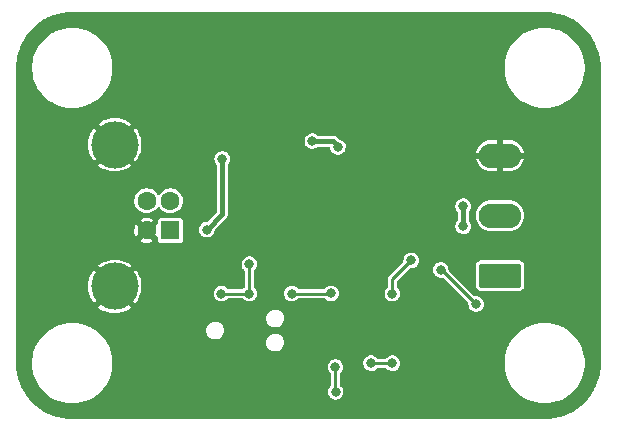
<source format=gbr>
%TF.GenerationSoftware,KiCad,Pcbnew,(6.0.0)*%
%TF.CreationDate,2022-06-11T23:43:56+12:00*%
%TF.ProjectId,Canmaster_HW,43616e6d-6173-4746-9572-5f48572e6b69,rev?*%
%TF.SameCoordinates,Original*%
%TF.FileFunction,Copper,L2,Bot*%
%TF.FilePolarity,Positive*%
%FSLAX46Y46*%
G04 Gerber Fmt 4.6, Leading zero omitted, Abs format (unit mm)*
G04 Created by KiCad (PCBNEW (6.0.0)) date 2022-06-11 23:43:56*
%MOMM*%
%LPD*%
G01*
G04 APERTURE LIST*
G04 Aperture macros list*
%AMRoundRect*
0 Rectangle with rounded corners*
0 $1 Rounding radius*
0 $2 $3 $4 $5 $6 $7 $8 $9 X,Y pos of 4 corners*
0 Add a 4 corners polygon primitive as box body*
4,1,4,$2,$3,$4,$5,$6,$7,$8,$9,$2,$3,0*
0 Add four circle primitives for the rounded corners*
1,1,$1+$1,$2,$3*
1,1,$1+$1,$4,$5*
1,1,$1+$1,$6,$7*
1,1,$1+$1,$8,$9*
0 Add four rect primitives between the rounded corners*
20,1,$1+$1,$2,$3,$4,$5,0*
20,1,$1+$1,$4,$5,$6,$7,0*
20,1,$1+$1,$6,$7,$8,$9,0*
20,1,$1+$1,$8,$9,$2,$3,0*%
G04 Aperture macros list end*
%TA.AperFunction,ComponentPad*%
%ADD10R,1.600000X1.600000*%
%TD*%
%TA.AperFunction,ComponentPad*%
%ADD11C,1.600000*%
%TD*%
%TA.AperFunction,ComponentPad*%
%ADD12C,4.000000*%
%TD*%
%TA.AperFunction,ComponentPad*%
%ADD13RoundRect,0.249999X1.550001X-0.790001X1.550001X0.790001X-1.550001X0.790001X-1.550001X-0.790001X0*%
%TD*%
%TA.AperFunction,ComponentPad*%
%ADD14O,3.600000X2.080000*%
%TD*%
%TA.AperFunction,ViaPad*%
%ADD15C,0.800000*%
%TD*%
%TA.AperFunction,Conductor*%
%ADD16C,0.250000*%
%TD*%
%TA.AperFunction,Conductor*%
%ADD17C,0.400000*%
%TD*%
G04 APERTURE END LIST*
D10*
%TO.P,J1,1,VBUS*%
%TO.N,+5V*%
X88310000Y-73750000D03*
D11*
%TO.P,J1,2,D-*%
%TO.N,/MCU/USB_DM*%
X88310000Y-71250000D03*
%TO.P,J1,3,D+*%
%TO.N,/MCU/USB_DP*%
X86310000Y-71250000D03*
%TO.P,J1,4,GND*%
%TO.N,GND*%
X86310000Y-73750000D03*
D12*
%TO.P,J1,5*%
X83600000Y-78500000D03*
%TO.P,J1,6*%
X83600000Y-66500000D03*
%TD*%
D13*
%TO.P,J3,1,Pin_1*%
%TO.N,/CAN/CAN_L*%
X116222500Y-77580000D03*
D14*
%TO.P,J3,2,Pin_2*%
%TO.N,/CAN/CAN_H*%
X116222500Y-72500000D03*
%TO.P,J3,3,Pin_3*%
%TO.N,GND*%
X116222500Y-67420000D03*
%TD*%
D15*
%TO.N,GND*%
X100000000Y-73500000D03*
X88800000Y-63600000D03*
X76800000Y-69700000D03*
X85000000Y-56100000D03*
X90000000Y-56100000D03*
X92200000Y-63600000D03*
X106500000Y-86300000D03*
X99900000Y-67400000D03*
X95430000Y-83835000D03*
X101600000Y-80900000D03*
X123000000Y-79900000D03*
X103200000Y-64200000D03*
X94600000Y-59200000D03*
X111900000Y-58900000D03*
X100000000Y-71000000D03*
X105100000Y-89000000D03*
X91200000Y-67800000D03*
X76800000Y-64700000D03*
X91200000Y-63900000D03*
X110000000Y-56100000D03*
X95600000Y-59200000D03*
X110200000Y-75800000D03*
X123000000Y-74900000D03*
X98600000Y-76900000D03*
X106200000Y-81100000D03*
X100000000Y-56100000D03*
X95100000Y-89000000D03*
X108475500Y-70400000D03*
X85100000Y-89000000D03*
X110100000Y-89000000D03*
X103200000Y-84900000D03*
X89900000Y-63600000D03*
X85900000Y-84900000D03*
X87200000Y-69700000D03*
X85200000Y-62900000D03*
X101400000Y-78100000D03*
X108200000Y-80800000D03*
X115000000Y-56100000D03*
X97500000Y-71000000D03*
X76800000Y-74700000D03*
X99700000Y-60000000D03*
X105000000Y-56100000D03*
X88900000Y-77500000D03*
X98200000Y-67400000D03*
X105000000Y-68200000D03*
X123000000Y-64900000D03*
X107800000Y-61700000D03*
X115100000Y-89000000D03*
X92900000Y-74900000D03*
X110000000Y-69000000D03*
X104500000Y-74200000D03*
X104500000Y-65200000D03*
X123000000Y-69900000D03*
X90100000Y-89000000D03*
X108800000Y-72100000D03*
X100100000Y-89000000D03*
X76800000Y-79700000D03*
X110000000Y-71200000D03*
X90000000Y-71300000D03*
X99500000Y-63800000D03*
X97500000Y-73500000D03*
X92200000Y-61500000D03*
X95000000Y-56100000D03*
X98230000Y-85235000D03*
X94100000Y-67500000D03*
X111500000Y-86600000D03*
%TO.N,+3V3*%
X101912299Y-79087701D03*
X95000000Y-79100000D03*
X98600000Y-79100000D03*
X92700000Y-67700000D03*
X92635500Y-79100000D03*
X102500000Y-66700000D03*
X91400000Y-73700000D03*
X100325500Y-66200000D03*
X95000000Y-76600000D03*
%TO.N,/MCU/NRST*%
X107100000Y-79100000D03*
X107100000Y-85000000D03*
X108700000Y-76300000D03*
X105300000Y-85000000D03*
%TO.N,/CAN/CAN_L*%
X113100000Y-73400000D03*
X113100000Y-71700000D03*
%TO.N,/MCU/LED_RX*%
X102300000Y-87424500D03*
X102288471Y-85310020D03*
%TO.N,/CAN/CAN_SENSE*%
X111200000Y-77100000D03*
X114200000Y-80000000D03*
%TD*%
D16*
%TO.N,+3V3*%
X101900000Y-79100000D02*
X101912299Y-79087701D01*
D17*
X92700000Y-72400000D02*
X91400000Y-73700000D01*
X102500000Y-66600000D02*
X102500000Y-66700000D01*
D16*
X98600000Y-79100000D02*
X101900000Y-79100000D01*
X95000000Y-79100000D02*
X92635500Y-79100000D01*
D17*
X92700000Y-67700000D02*
X92700000Y-72400000D01*
D16*
X95000000Y-79100000D02*
X95000000Y-76600000D01*
D17*
X102100000Y-66200000D02*
X102500000Y-66600000D01*
X100325500Y-66200000D02*
X102100000Y-66200000D01*
D16*
%TO.N,/MCU/NRST*%
X105300000Y-85000000D02*
X107100000Y-85000000D01*
X107100000Y-77900000D02*
X108700000Y-76300000D01*
X107100000Y-79100000D02*
X107100000Y-77900000D01*
D17*
%TO.N,/CAN/CAN_L*%
X113100000Y-73400000D02*
X113100000Y-71700000D01*
D16*
%TO.N,/MCU/LED_RX*%
X102288471Y-85310020D02*
X102288471Y-87412971D01*
X102288471Y-87412971D02*
X102300000Y-87424500D01*
%TO.N,/CAN/CAN_SENSE*%
X111300000Y-77100000D02*
X111200000Y-77100000D01*
X114200000Y-80000000D02*
X111300000Y-77100000D01*
%TD*%
%TA.AperFunction,Conductor*%
%TO.N,GND*%
G36*
X119987153Y-55256421D02*
G01*
X120000000Y-55258976D01*
X120012169Y-55256556D01*
X120022654Y-55256556D01*
X120035693Y-55255559D01*
X120358276Y-55269643D01*
X120408146Y-55271820D01*
X120419094Y-55272778D01*
X120818691Y-55325385D01*
X120829495Y-55327291D01*
X121222990Y-55414527D01*
X121233600Y-55417370D01*
X121617985Y-55538566D01*
X121628299Y-55542319D01*
X122000679Y-55696564D01*
X122010623Y-55701202D01*
X122297060Y-55850311D01*
X122368117Y-55887301D01*
X122377637Y-55892797D01*
X122717557Y-56109350D01*
X122726561Y-56115655D01*
X123046304Y-56361003D01*
X123054724Y-56368068D01*
X123324786Y-56615533D01*
X123351873Y-56640354D01*
X123359642Y-56648123D01*
X123478159Y-56777462D01*
X123631932Y-56945276D01*
X123638997Y-56953696D01*
X123884345Y-57273439D01*
X123890650Y-57282443D01*
X124107203Y-57622363D01*
X124112698Y-57631882D01*
X124245863Y-57887688D01*
X124298794Y-57989368D01*
X124303436Y-57999321D01*
X124457678Y-58371694D01*
X124461434Y-58382015D01*
X124572827Y-58735309D01*
X124582630Y-58766399D01*
X124585473Y-58777010D01*
X124672709Y-59170505D01*
X124674615Y-59181309D01*
X124710278Y-59452201D01*
X124727222Y-59580905D01*
X124728180Y-59591855D01*
X124744441Y-59964307D01*
X124743444Y-59977346D01*
X124743444Y-59987831D01*
X124741024Y-60000000D01*
X124743579Y-60012844D01*
X124746000Y-60037425D01*
X124746000Y-84962575D01*
X124743579Y-84987153D01*
X124741024Y-85000000D01*
X124743444Y-85012169D01*
X124743444Y-85022654D01*
X124744441Y-85035693D01*
X124728180Y-85408145D01*
X124727222Y-85419094D01*
X124675899Y-85808939D01*
X124674616Y-85818683D01*
X124672709Y-85829495D01*
X124653575Y-85915805D01*
X124585475Y-86222984D01*
X124582630Y-86233600D01*
X124466568Y-86601705D01*
X124461437Y-86617977D01*
X124457681Y-86628299D01*
X124305892Y-86994751D01*
X124303440Y-87000670D01*
X124298798Y-87010623D01*
X124161291Y-87274773D01*
X124112699Y-87368117D01*
X124107203Y-87377637D01*
X123890650Y-87717557D01*
X123884345Y-87726561D01*
X123638997Y-88046304D01*
X123631932Y-88054724D01*
X123599760Y-88089834D01*
X123382801Y-88326604D01*
X123359646Y-88351873D01*
X123351877Y-88359642D01*
X123159150Y-88536244D01*
X123054724Y-88631932D01*
X123046304Y-88638997D01*
X122726561Y-88884345D01*
X122717557Y-88890650D01*
X122377637Y-89107203D01*
X122368118Y-89112698D01*
X122010623Y-89298798D01*
X122000679Y-89303436D01*
X121628299Y-89457681D01*
X121617985Y-89461434D01*
X121233601Y-89582630D01*
X121222990Y-89585473D01*
X120829495Y-89672709D01*
X120818691Y-89674615D01*
X120419095Y-89727222D01*
X120408146Y-89728180D01*
X120358276Y-89730357D01*
X120035693Y-89744441D01*
X120022654Y-89743444D01*
X120012169Y-89743444D01*
X120000000Y-89741024D01*
X119987153Y-89743579D01*
X119962575Y-89746000D01*
X80037425Y-89746000D01*
X80012847Y-89743579D01*
X80000000Y-89741024D01*
X79987831Y-89743444D01*
X79977346Y-89743444D01*
X79964307Y-89744441D01*
X79641724Y-89730357D01*
X79591854Y-89728180D01*
X79580905Y-89727222D01*
X79181309Y-89674615D01*
X79170505Y-89672709D01*
X78777010Y-89585473D01*
X78766399Y-89582630D01*
X78382015Y-89461434D01*
X78371701Y-89457681D01*
X77999321Y-89303436D01*
X77989377Y-89298798D01*
X77631882Y-89112698D01*
X77622363Y-89107203D01*
X77282443Y-88890650D01*
X77273439Y-88884345D01*
X76953696Y-88638997D01*
X76945276Y-88631932D01*
X76840850Y-88536244D01*
X76648123Y-88359642D01*
X76640354Y-88351873D01*
X76617200Y-88326604D01*
X76400240Y-88089834D01*
X76368068Y-88054724D01*
X76361003Y-88046304D01*
X76115655Y-87726561D01*
X76109350Y-87717557D01*
X75892797Y-87377637D01*
X75887301Y-87368117D01*
X75838709Y-87274773D01*
X75701202Y-87010623D01*
X75696560Y-87000670D01*
X75694109Y-86994751D01*
X75542319Y-86628299D01*
X75538563Y-86617977D01*
X75533433Y-86601705D01*
X75417370Y-86233600D01*
X75414525Y-86222984D01*
X75346425Y-85915805D01*
X75327291Y-85829495D01*
X75325384Y-85818683D01*
X75324102Y-85808939D01*
X75272778Y-85419094D01*
X75271820Y-85408145D01*
X75261782Y-85178230D01*
X76599173Y-85178230D01*
X76599534Y-85181606D01*
X76629347Y-85460573D01*
X76638313Y-85544474D01*
X76716779Y-85904350D01*
X76833652Y-86253646D01*
X76987565Y-86588277D01*
X76989321Y-86591211D01*
X76989322Y-86591213D01*
X77005340Y-86617977D01*
X77176718Y-86904328D01*
X77398897Y-87198102D01*
X77651505Y-87466163D01*
X77654095Y-87468375D01*
X77654096Y-87468376D01*
X77661086Y-87474346D01*
X77931585Y-87705374D01*
X77934412Y-87707302D01*
X77934414Y-87707304D01*
X77975119Y-87735071D01*
X78235862Y-87912938D01*
X78396021Y-87998455D01*
X78557762Y-88084817D01*
X78557767Y-88084819D01*
X78560776Y-88086426D01*
X78563948Y-88087701D01*
X78563952Y-88087703D01*
X78899366Y-88222538D01*
X78899371Y-88222540D01*
X78902526Y-88223808D01*
X78905794Y-88224727D01*
X78905801Y-88224729D01*
X79253837Y-88322558D01*
X79253844Y-88322560D01*
X79257115Y-88323479D01*
X79260472Y-88324041D01*
X79260473Y-88324041D01*
X79617028Y-88383708D01*
X79617030Y-88383708D01*
X79620393Y-88384271D01*
X79844655Y-88397201D01*
X79900040Y-88400395D01*
X79900044Y-88400395D01*
X79901863Y-88400500D01*
X80092211Y-88400500D01*
X80093884Y-88400409D01*
X80093899Y-88400409D01*
X80264098Y-88391191D01*
X80367791Y-88385575D01*
X80731280Y-88326052D01*
X81086214Y-88227620D01*
X81089376Y-88226362D01*
X81089384Y-88226359D01*
X81425278Y-88092690D01*
X81428442Y-88091431D01*
X81526647Y-88039434D01*
X81750940Y-87920677D01*
X81750947Y-87920673D01*
X81753959Y-87919078D01*
X82058959Y-87712578D01*
X82339872Y-87474346D01*
X82543154Y-87260131D01*
X82591073Y-87209635D01*
X82591074Y-87209634D01*
X82593414Y-87207168D01*
X82816618Y-86914172D01*
X82818378Y-86911255D01*
X83005111Y-86601705D01*
X83005116Y-86601696D01*
X83006873Y-86598783D01*
X83161953Y-86264691D01*
X83164645Y-86256740D01*
X83278952Y-85919032D01*
X83278953Y-85919027D01*
X83280044Y-85915805D01*
X83342560Y-85633818D01*
X83359028Y-85559536D01*
X83359029Y-85559532D01*
X83359766Y-85556206D01*
X83385876Y-85319702D01*
X83387707Y-85303116D01*
X101629200Y-85303116D01*
X101637633Y-85379500D01*
X101645550Y-85451204D01*
X101646584Y-85460573D01*
X101649194Y-85467704D01*
X101649194Y-85467706D01*
X101680340Y-85552816D01*
X101701024Y-85609339D01*
X101705260Y-85615642D01*
X101705260Y-85615643D01*
X101729207Y-85651279D01*
X101789379Y-85740825D01*
X101794998Y-85745938D01*
X101794999Y-85745939D01*
X101867770Y-85812155D01*
X101904693Y-85872795D01*
X101908971Y-85905349D01*
X101908971Y-86839746D01*
X101888969Y-86907867D01*
X101865802Y-86934693D01*
X101810039Y-86983338D01*
X101718950Y-87112944D01*
X101661406Y-87260537D01*
X101660414Y-87268070D01*
X101660414Y-87268071D01*
X101645990Y-87377637D01*
X101640729Y-87417596D01*
X101658113Y-87575053D01*
X101712553Y-87723819D01*
X101800908Y-87855305D01*
X101806527Y-87860418D01*
X101806528Y-87860419D01*
X101870994Y-87919078D01*
X101918076Y-87961919D01*
X102057293Y-88037508D01*
X102210522Y-88077707D01*
X102294477Y-88079026D01*
X102361319Y-88080076D01*
X102361322Y-88080076D01*
X102368916Y-88080195D01*
X102523332Y-88044829D01*
X102593742Y-88009417D01*
X102658072Y-87977063D01*
X102658075Y-87977061D01*
X102664855Y-87973651D01*
X102670626Y-87968722D01*
X102670629Y-87968720D01*
X102779536Y-87875704D01*
X102779536Y-87875703D01*
X102785314Y-87870769D01*
X102877755Y-87742124D01*
X102936842Y-87595141D01*
X102942965Y-87552115D01*
X102958581Y-87442391D01*
X102958581Y-87442388D01*
X102959162Y-87438307D01*
X102959307Y-87424500D01*
X102940276Y-87267233D01*
X102884280Y-87119046D01*
X102875814Y-87106728D01*
X102798855Y-86994751D01*
X102798854Y-86994749D01*
X102794553Y-86988492D01*
X102710152Y-86913294D01*
X102672597Y-86853044D01*
X102667971Y-86819217D01*
X102667971Y-85904750D01*
X102687973Y-85836629D01*
X102712140Y-85808939D01*
X102768007Y-85761224D01*
X102773785Y-85756289D01*
X102866226Y-85627644D01*
X102925313Y-85480661D01*
X102947633Y-85323827D01*
X102947778Y-85310020D01*
X102928747Y-85152753D01*
X102872751Y-85004566D01*
X102864868Y-84993096D01*
X104640729Y-84993096D01*
X104658113Y-85150553D01*
X104660723Y-85157684D01*
X104660723Y-85157686D01*
X104673823Y-85193482D01*
X104712553Y-85299319D01*
X104800908Y-85430805D01*
X104806525Y-85435916D01*
X104806528Y-85435919D01*
X104912460Y-85532309D01*
X104918076Y-85537419D01*
X105057293Y-85613008D01*
X105210522Y-85653207D01*
X105294477Y-85654526D01*
X105361319Y-85655576D01*
X105361322Y-85655576D01*
X105368916Y-85655695D01*
X105523332Y-85620329D01*
X105644207Y-85559536D01*
X105658072Y-85552563D01*
X105658075Y-85552561D01*
X105664855Y-85549151D01*
X105670626Y-85544222D01*
X105670629Y-85544220D01*
X105779542Y-85451199D01*
X105779543Y-85451198D01*
X105785314Y-85446269D01*
X105795586Y-85431974D01*
X105851581Y-85388326D01*
X105897909Y-85379500D01*
X106500141Y-85379500D01*
X106568262Y-85399502D01*
X106595522Y-85423169D01*
X106596671Y-85424500D01*
X106600908Y-85430805D01*
X106718076Y-85537419D01*
X106857293Y-85613008D01*
X107010522Y-85653207D01*
X107094477Y-85654526D01*
X107161319Y-85655576D01*
X107161322Y-85655576D01*
X107168916Y-85655695D01*
X107323332Y-85620329D01*
X107444207Y-85559536D01*
X107458072Y-85552563D01*
X107458075Y-85552561D01*
X107464855Y-85549151D01*
X107470626Y-85544222D01*
X107470629Y-85544220D01*
X107579536Y-85451204D01*
X107579536Y-85451203D01*
X107585314Y-85446269D01*
X107677755Y-85317624D01*
X107733791Y-85178230D01*
X116599173Y-85178230D01*
X116599534Y-85181606D01*
X116629347Y-85460573D01*
X116638313Y-85544474D01*
X116716779Y-85904350D01*
X116833652Y-86253646D01*
X116987565Y-86588277D01*
X116989321Y-86591211D01*
X116989322Y-86591213D01*
X117005340Y-86617977D01*
X117176718Y-86904328D01*
X117398897Y-87198102D01*
X117651505Y-87466163D01*
X117654095Y-87468375D01*
X117654096Y-87468376D01*
X117661086Y-87474346D01*
X117931585Y-87705374D01*
X117934412Y-87707302D01*
X117934414Y-87707304D01*
X117975119Y-87735071D01*
X118235862Y-87912938D01*
X118396021Y-87998455D01*
X118557762Y-88084817D01*
X118557767Y-88084819D01*
X118560776Y-88086426D01*
X118563948Y-88087701D01*
X118563952Y-88087703D01*
X118899366Y-88222538D01*
X118899371Y-88222540D01*
X118902526Y-88223808D01*
X118905794Y-88224727D01*
X118905801Y-88224729D01*
X119253837Y-88322558D01*
X119253844Y-88322560D01*
X119257115Y-88323479D01*
X119260472Y-88324041D01*
X119260473Y-88324041D01*
X119617028Y-88383708D01*
X119617030Y-88383708D01*
X119620393Y-88384271D01*
X119844655Y-88397201D01*
X119900040Y-88400395D01*
X119900044Y-88400395D01*
X119901863Y-88400500D01*
X120092211Y-88400500D01*
X120093884Y-88400409D01*
X120093899Y-88400409D01*
X120264098Y-88391191D01*
X120367791Y-88385575D01*
X120731280Y-88326052D01*
X121086214Y-88227620D01*
X121089376Y-88226362D01*
X121089384Y-88226359D01*
X121425278Y-88092690D01*
X121428442Y-88091431D01*
X121526647Y-88039434D01*
X121750940Y-87920677D01*
X121750947Y-87920673D01*
X121753959Y-87919078D01*
X122058959Y-87712578D01*
X122339872Y-87474346D01*
X122543154Y-87260131D01*
X122591073Y-87209635D01*
X122591074Y-87209634D01*
X122593414Y-87207168D01*
X122816618Y-86914172D01*
X122818378Y-86911255D01*
X123005111Y-86601705D01*
X123005116Y-86601696D01*
X123006873Y-86598783D01*
X123161953Y-86264691D01*
X123164645Y-86256740D01*
X123278952Y-85919032D01*
X123278953Y-85919027D01*
X123280044Y-85915805D01*
X123342560Y-85633818D01*
X123359028Y-85559536D01*
X123359029Y-85559532D01*
X123359766Y-85556206D01*
X123385876Y-85319702D01*
X123399811Y-85193482D01*
X123399811Y-85193475D01*
X123400184Y-85190100D01*
X123400827Y-84821770D01*
X123377180Y-84600498D01*
X123362049Y-84458910D01*
X123362048Y-84458904D01*
X123361687Y-84455526D01*
X123283221Y-84095650D01*
X123166348Y-83746354D01*
X123012435Y-83411723D01*
X123004399Y-83398295D01*
X122825034Y-83098600D01*
X122823282Y-83095672D01*
X122601103Y-82801898D01*
X122348495Y-82533837D01*
X122341803Y-82528121D01*
X122071019Y-82296850D01*
X122068415Y-82294626D01*
X122057855Y-82287422D01*
X121974012Y-82230228D01*
X121764138Y-82087062D01*
X121542653Y-81968800D01*
X121442238Y-81915183D01*
X121442233Y-81915181D01*
X121439224Y-81913574D01*
X121436052Y-81912299D01*
X121436048Y-81912297D01*
X121100634Y-81777462D01*
X121100629Y-81777460D01*
X121097474Y-81776192D01*
X121094206Y-81775273D01*
X121094199Y-81775271D01*
X120746163Y-81677442D01*
X120746156Y-81677440D01*
X120742885Y-81676521D01*
X120739527Y-81675959D01*
X120382972Y-81616292D01*
X120382970Y-81616292D01*
X120379607Y-81615729D01*
X120155345Y-81602799D01*
X120099960Y-81599605D01*
X120099956Y-81599605D01*
X120098137Y-81599500D01*
X119907789Y-81599500D01*
X119906116Y-81599591D01*
X119906101Y-81599591D01*
X119735902Y-81608809D01*
X119632209Y-81614425D01*
X119268720Y-81673948D01*
X118913786Y-81772380D01*
X118910624Y-81773638D01*
X118910616Y-81773641D01*
X118634796Y-81883404D01*
X118571558Y-81908569D01*
X118514760Y-81938642D01*
X118249060Y-82079323D01*
X118249053Y-82079327D01*
X118246041Y-82080922D01*
X117941041Y-82287422D01*
X117660128Y-82525654D01*
X117608544Y-82580012D01*
X117454771Y-82742056D01*
X117406586Y-82792832D01*
X117183382Y-83085828D01*
X117181625Y-83088740D01*
X117181622Y-83088745D01*
X116994889Y-83398295D01*
X116994884Y-83398304D01*
X116993127Y-83401217D01*
X116991693Y-83404307D01*
X116991690Y-83404312D01*
X116960792Y-83470877D01*
X116838047Y-83735309D01*
X116836955Y-83738534D01*
X116836953Y-83738540D01*
X116721048Y-84080968D01*
X116719956Y-84084195D01*
X116640234Y-84443794D01*
X116628084Y-84553846D01*
X116604765Y-84765075D01*
X116599816Y-84809900D01*
X116599810Y-84813299D01*
X116599810Y-84813300D01*
X116599722Y-84863866D01*
X116599173Y-85178230D01*
X107733791Y-85178230D01*
X107736842Y-85170641D01*
X107757903Y-85022654D01*
X107758581Y-85017891D01*
X107758581Y-85017888D01*
X107759162Y-85013807D01*
X107759307Y-85000000D01*
X107757835Y-84987831D01*
X107754778Y-84962575D01*
X107740276Y-84842733D01*
X107684280Y-84694546D01*
X107633390Y-84620500D01*
X107598855Y-84570251D01*
X107598854Y-84570249D01*
X107594553Y-84563992D01*
X107476275Y-84458611D01*
X107468889Y-84454700D01*
X107342988Y-84388039D01*
X107342989Y-84388039D01*
X107336274Y-84384484D01*
X107182633Y-84345892D01*
X107175034Y-84345852D01*
X107175033Y-84345852D01*
X107109181Y-84345507D01*
X107024221Y-84345062D01*
X107016841Y-84346834D01*
X107016839Y-84346834D01*
X106877563Y-84380271D01*
X106877560Y-84380272D01*
X106870184Y-84382043D01*
X106729414Y-84454700D01*
X106610039Y-84558838D01*
X106605672Y-84565051D01*
X106605667Y-84565057D01*
X106604336Y-84566951D01*
X106603013Y-84568005D01*
X106600589Y-84570697D01*
X106600140Y-84570293D01*
X106548802Y-84611183D01*
X106501250Y-84620500D01*
X105899682Y-84620500D01*
X105831561Y-84600498D01*
X105805114Y-84574860D01*
X105803878Y-84575949D01*
X105798855Y-84570251D01*
X105794553Y-84563992D01*
X105676275Y-84458611D01*
X105668889Y-84454700D01*
X105542988Y-84388039D01*
X105542989Y-84388039D01*
X105536274Y-84384484D01*
X105382633Y-84345892D01*
X105375034Y-84345852D01*
X105375033Y-84345852D01*
X105309181Y-84345507D01*
X105224221Y-84345062D01*
X105216841Y-84346834D01*
X105216839Y-84346834D01*
X105077563Y-84380271D01*
X105077560Y-84380272D01*
X105070184Y-84382043D01*
X104929414Y-84454700D01*
X104810039Y-84558838D01*
X104718950Y-84688444D01*
X104713802Y-84701649D01*
X104668285Y-84818394D01*
X104661406Y-84836037D01*
X104660414Y-84843570D01*
X104660414Y-84843571D01*
X104643114Y-84974983D01*
X104640729Y-84993096D01*
X102864868Y-84993096D01*
X102852419Y-84974983D01*
X102787326Y-84880271D01*
X102787325Y-84880269D01*
X102783024Y-84874012D01*
X102748858Y-84843571D01*
X102714882Y-84813300D01*
X102664746Y-84768631D01*
X102657360Y-84764720D01*
X102619036Y-84744429D01*
X102524745Y-84694504D01*
X102371104Y-84655912D01*
X102363505Y-84655872D01*
X102363504Y-84655872D01*
X102297652Y-84655527D01*
X102212692Y-84655082D01*
X102205312Y-84656854D01*
X102205310Y-84656854D01*
X102066034Y-84690291D01*
X102066031Y-84690292D01*
X102058655Y-84692063D01*
X101917885Y-84764720D01*
X101798510Y-84868858D01*
X101707421Y-84998464D01*
X101649877Y-85146057D01*
X101648885Y-85153590D01*
X101648885Y-85153591D01*
X101644079Y-85190100D01*
X101629200Y-85303116D01*
X83387707Y-85303116D01*
X83399811Y-85193482D01*
X83399811Y-85193475D01*
X83400184Y-85190100D01*
X83400827Y-84821770D01*
X83377180Y-84600498D01*
X83362049Y-84458910D01*
X83362048Y-84458904D01*
X83361687Y-84455526D01*
X83283221Y-84095650D01*
X83166348Y-83746354D01*
X83012435Y-83411723D01*
X83004399Y-83398295D01*
X82940677Y-83291824D01*
X96416201Y-83291824D01*
X96445810Y-83464141D01*
X96514267Y-83625024D01*
X96617898Y-83765843D01*
X96751146Y-83879045D01*
X96906862Y-83958558D01*
X96913967Y-83960297D01*
X96913971Y-83960298D01*
X96995084Y-83980146D01*
X97076693Y-84000115D01*
X97082295Y-84000463D01*
X97082298Y-84000463D01*
X97085795Y-84000680D01*
X97085805Y-84000680D01*
X97087734Y-84000800D01*
X97213779Y-84000800D01*
X97305182Y-83990144D01*
X97336393Y-83986505D01*
X97336395Y-83986505D01*
X97343665Y-83985657D01*
X97350543Y-83983161D01*
X97350545Y-83983160D01*
X97501136Y-83928498D01*
X97508015Y-83926001D01*
X97654233Y-83830136D01*
X97774475Y-83703205D01*
X97778150Y-83696878D01*
X97778153Y-83696874D01*
X97858615Y-83558347D01*
X97862292Y-83552017D01*
X97912973Y-83384682D01*
X97923799Y-83210176D01*
X97894190Y-83037859D01*
X97871432Y-82984375D01*
X97828600Y-82883713D01*
X97828599Y-82883711D01*
X97825733Y-82876976D01*
X97722102Y-82736157D01*
X97588854Y-82622955D01*
X97433138Y-82543442D01*
X97426033Y-82541703D01*
X97426029Y-82541702D01*
X97332597Y-82518840D01*
X97263307Y-82501885D01*
X97257705Y-82501537D01*
X97257702Y-82501537D01*
X97254205Y-82501320D01*
X97254195Y-82501320D01*
X97252266Y-82501200D01*
X97126221Y-82501200D01*
X97034818Y-82511856D01*
X97003607Y-82515495D01*
X97003605Y-82515495D01*
X96996335Y-82516343D01*
X96989457Y-82518839D01*
X96989455Y-82518840D01*
X96838864Y-82573502D01*
X96831985Y-82575999D01*
X96685767Y-82671864D01*
X96565525Y-82798795D01*
X96561850Y-82805122D01*
X96561847Y-82805126D01*
X96520114Y-82876976D01*
X96477708Y-82949983D01*
X96475587Y-82956987D01*
X96475585Y-82956991D01*
X96467265Y-82984463D01*
X96427027Y-83117318D01*
X96416201Y-83291824D01*
X82940677Y-83291824D01*
X82825034Y-83098600D01*
X82823282Y-83095672D01*
X82601103Y-82801898D01*
X82348495Y-82533837D01*
X82341803Y-82528121D01*
X82071019Y-82296850D01*
X82068415Y-82294626D01*
X82057855Y-82287422D01*
X82040853Y-82275824D01*
X91336201Y-82275824D01*
X91337441Y-82283040D01*
X91337441Y-82283042D01*
X91338194Y-82287422D01*
X91365810Y-82448141D01*
X91368676Y-82454875D01*
X91368676Y-82454877D01*
X91420215Y-82575999D01*
X91434267Y-82609024D01*
X91537898Y-82749843D01*
X91671146Y-82863045D01*
X91826862Y-82942558D01*
X91833967Y-82944297D01*
X91833971Y-82944298D01*
X91885845Y-82956991D01*
X91996693Y-82984115D01*
X92002295Y-82984463D01*
X92002298Y-82984463D01*
X92005795Y-82984680D01*
X92005805Y-82984680D01*
X92007734Y-82984800D01*
X92133779Y-82984800D01*
X92225182Y-82974144D01*
X92256393Y-82970505D01*
X92256395Y-82970505D01*
X92263665Y-82969657D01*
X92270543Y-82967161D01*
X92270545Y-82967160D01*
X92421136Y-82912498D01*
X92428015Y-82910001D01*
X92574233Y-82814136D01*
X92694475Y-82687205D01*
X92698150Y-82680878D01*
X92698153Y-82680874D01*
X92778615Y-82542347D01*
X92782292Y-82536017D01*
X92784684Y-82528121D01*
X92830851Y-82375688D01*
X92832973Y-82368682D01*
X92843799Y-82194176D01*
X92814190Y-82021859D01*
X92791432Y-81968375D01*
X92748600Y-81867713D01*
X92748599Y-81867711D01*
X92745733Y-81860976D01*
X92642102Y-81720157D01*
X92508854Y-81606955D01*
X92353138Y-81527442D01*
X92346033Y-81525703D01*
X92346029Y-81525702D01*
X92252597Y-81502840D01*
X92183307Y-81485885D01*
X92177705Y-81485537D01*
X92177702Y-81485537D01*
X92174205Y-81485320D01*
X92174195Y-81485320D01*
X92172266Y-81485200D01*
X92046221Y-81485200D01*
X91954818Y-81495856D01*
X91923607Y-81499495D01*
X91923605Y-81499495D01*
X91916335Y-81500343D01*
X91909457Y-81502839D01*
X91909455Y-81502840D01*
X91758864Y-81557502D01*
X91751985Y-81559999D01*
X91605767Y-81655864D01*
X91485525Y-81782795D01*
X91481850Y-81789122D01*
X91481847Y-81789126D01*
X91440114Y-81860976D01*
X91397708Y-81933983D01*
X91395587Y-81940987D01*
X91395585Y-81940991D01*
X91387265Y-81968463D01*
X91347027Y-82101318D01*
X91336201Y-82275824D01*
X82040853Y-82275824D01*
X81974012Y-82230228D01*
X81764138Y-82087062D01*
X81542653Y-81968800D01*
X81442238Y-81915183D01*
X81442233Y-81915181D01*
X81439224Y-81913574D01*
X81436052Y-81912299D01*
X81436048Y-81912297D01*
X81100634Y-81777462D01*
X81100629Y-81777460D01*
X81097474Y-81776192D01*
X81094206Y-81775273D01*
X81094199Y-81775271D01*
X80746163Y-81677442D01*
X80746156Y-81677440D01*
X80742885Y-81676521D01*
X80739527Y-81675959D01*
X80382972Y-81616292D01*
X80382970Y-81616292D01*
X80379607Y-81615729D01*
X80155345Y-81602799D01*
X80099960Y-81599605D01*
X80099956Y-81599605D01*
X80098137Y-81599500D01*
X79907789Y-81599500D01*
X79906116Y-81599591D01*
X79906101Y-81599591D01*
X79735902Y-81608809D01*
X79632209Y-81614425D01*
X79268720Y-81673948D01*
X78913786Y-81772380D01*
X78910624Y-81773638D01*
X78910616Y-81773641D01*
X78634796Y-81883404D01*
X78571558Y-81908569D01*
X78514760Y-81938642D01*
X78249060Y-82079323D01*
X78249053Y-82079327D01*
X78246041Y-82080922D01*
X77941041Y-82287422D01*
X77660128Y-82525654D01*
X77608544Y-82580012D01*
X77454771Y-82742056D01*
X77406586Y-82792832D01*
X77183382Y-83085828D01*
X77181625Y-83088740D01*
X77181622Y-83088745D01*
X76994889Y-83398295D01*
X76994884Y-83398304D01*
X76993127Y-83401217D01*
X76991693Y-83404307D01*
X76991690Y-83404312D01*
X76960792Y-83470877D01*
X76838047Y-83735309D01*
X76836955Y-83738534D01*
X76836953Y-83738540D01*
X76721048Y-84080968D01*
X76719956Y-84084195D01*
X76640234Y-84443794D01*
X76628084Y-84553846D01*
X76604765Y-84765075D01*
X76599816Y-84809900D01*
X76599810Y-84813299D01*
X76599810Y-84813300D01*
X76599722Y-84863866D01*
X76599173Y-85178230D01*
X75261782Y-85178230D01*
X75255559Y-85035693D01*
X75256556Y-85022654D01*
X75256556Y-85012169D01*
X75258976Y-85000000D01*
X75256421Y-84987153D01*
X75254000Y-84962575D01*
X75254000Y-81259824D01*
X96416201Y-81259824D01*
X96445810Y-81432141D01*
X96448676Y-81438875D01*
X96448676Y-81438877D01*
X96500215Y-81559999D01*
X96514267Y-81593024D01*
X96617898Y-81733843D01*
X96751146Y-81847045D01*
X96766882Y-81855080D01*
X96884586Y-81915183D01*
X96906862Y-81926558D01*
X96913967Y-81928297D01*
X96913971Y-81928298D01*
X96965845Y-81940991D01*
X97076693Y-81968115D01*
X97082295Y-81968463D01*
X97082298Y-81968463D01*
X97085795Y-81968680D01*
X97085805Y-81968680D01*
X97087734Y-81968800D01*
X97213779Y-81968800D01*
X97305182Y-81958144D01*
X97336393Y-81954505D01*
X97336395Y-81954505D01*
X97343665Y-81953657D01*
X97350543Y-81951161D01*
X97350545Y-81951160D01*
X97501136Y-81896498D01*
X97508015Y-81894001D01*
X97654233Y-81798136D01*
X97774475Y-81671205D01*
X97778150Y-81664878D01*
X97778153Y-81664874D01*
X97858615Y-81526347D01*
X97862292Y-81520017D01*
X97867495Y-81502840D01*
X97910851Y-81359688D01*
X97912973Y-81352682D01*
X97923799Y-81178176D01*
X97894190Y-81005859D01*
X97825733Y-80844976D01*
X97722102Y-80704157D01*
X97588854Y-80590955D01*
X97484011Y-80537419D01*
X97439654Y-80514769D01*
X97439652Y-80514768D01*
X97433138Y-80511442D01*
X97426033Y-80509703D01*
X97426029Y-80509702D01*
X97332597Y-80486840D01*
X97263307Y-80469885D01*
X97257705Y-80469537D01*
X97257702Y-80469537D01*
X97254205Y-80469320D01*
X97254195Y-80469320D01*
X97252266Y-80469200D01*
X97126221Y-80469200D01*
X97034818Y-80479856D01*
X97003607Y-80483495D01*
X97003605Y-80483495D01*
X96996335Y-80484343D01*
X96989457Y-80486839D01*
X96989455Y-80486840D01*
X96840131Y-80541042D01*
X96831985Y-80543999D01*
X96685767Y-80639864D01*
X96565525Y-80766795D01*
X96561850Y-80773122D01*
X96561847Y-80773126D01*
X96520114Y-80844976D01*
X96477708Y-80917983D01*
X96427027Y-81085318D01*
X96416201Y-81259824D01*
X75254000Y-81259824D01*
X75254000Y-80266020D01*
X82199437Y-80266020D01*
X82205895Y-80275381D01*
X82221803Y-80289332D01*
X82228340Y-80294348D01*
X82467149Y-80453915D01*
X82474286Y-80458036D01*
X82731886Y-80585070D01*
X82739481Y-80588216D01*
X83011460Y-80680541D01*
X83019420Y-80682674D01*
X83301120Y-80738707D01*
X83309278Y-80739781D01*
X83595881Y-80758566D01*
X83604119Y-80758566D01*
X83890722Y-80739781D01*
X83898880Y-80738707D01*
X84180580Y-80682674D01*
X84188540Y-80680541D01*
X84460519Y-80588216D01*
X84468114Y-80585070D01*
X84725714Y-80458036D01*
X84732851Y-80453915D01*
X84971660Y-80294348D01*
X84978197Y-80289332D01*
X84992240Y-80277017D01*
X85000637Y-80263778D01*
X84994804Y-80254014D01*
X83612812Y-78872022D01*
X83598868Y-78864408D01*
X83597035Y-78864539D01*
X83590420Y-78868790D01*
X82206951Y-80252259D01*
X82199437Y-80266020D01*
X75254000Y-80266020D01*
X75254000Y-78504119D01*
X81341434Y-78504119D01*
X81360219Y-78790722D01*
X81361293Y-78798880D01*
X81417326Y-79080580D01*
X81419459Y-79088540D01*
X81511784Y-79360519D01*
X81514930Y-79368114D01*
X81641964Y-79625714D01*
X81646085Y-79632851D01*
X81805652Y-79871660D01*
X81810668Y-79878197D01*
X81822983Y-79892240D01*
X81836222Y-79900637D01*
X81845986Y-79894804D01*
X83227978Y-78512812D01*
X83234356Y-78501132D01*
X83964408Y-78501132D01*
X83964539Y-78502965D01*
X83968790Y-78509580D01*
X85352259Y-79893049D01*
X85366020Y-79900563D01*
X85375381Y-79894105D01*
X85389332Y-79878197D01*
X85394348Y-79871660D01*
X85553915Y-79632851D01*
X85558036Y-79625714D01*
X85685070Y-79368114D01*
X85688216Y-79360519D01*
X85778994Y-79093096D01*
X91976229Y-79093096D01*
X91993613Y-79250553D01*
X91996223Y-79257684D01*
X91996223Y-79257686D01*
X92036634Y-79368114D01*
X92048053Y-79399319D01*
X92052289Y-79405622D01*
X92052289Y-79405623D01*
X92087896Y-79458611D01*
X92136408Y-79530805D01*
X92142025Y-79535916D01*
X92142028Y-79535919D01*
X92240059Y-79625120D01*
X92253576Y-79637419D01*
X92392793Y-79713008D01*
X92546022Y-79753207D01*
X92629977Y-79754526D01*
X92696819Y-79755576D01*
X92696822Y-79755576D01*
X92704416Y-79755695D01*
X92858832Y-79720329D01*
X92929242Y-79684917D01*
X92993572Y-79652563D01*
X92993575Y-79652561D01*
X93000355Y-79649151D01*
X93006126Y-79644222D01*
X93006129Y-79644220D01*
X93115042Y-79551199D01*
X93115043Y-79551198D01*
X93120814Y-79546269D01*
X93131086Y-79531974D01*
X93187081Y-79488326D01*
X93233409Y-79479500D01*
X94400141Y-79479500D01*
X94468262Y-79499502D01*
X94495522Y-79523169D01*
X94496671Y-79524500D01*
X94500908Y-79530805D01*
X94618076Y-79637419D01*
X94757293Y-79713008D01*
X94910522Y-79753207D01*
X94994477Y-79754526D01*
X95061319Y-79755576D01*
X95061322Y-79755576D01*
X95068916Y-79755695D01*
X95223332Y-79720329D01*
X95293742Y-79684917D01*
X95358072Y-79652563D01*
X95358075Y-79652561D01*
X95364855Y-79649151D01*
X95370626Y-79644222D01*
X95370629Y-79644220D01*
X95479536Y-79551204D01*
X95479536Y-79551203D01*
X95485314Y-79546269D01*
X95577755Y-79417624D01*
X95636842Y-79270641D01*
X95659162Y-79113807D01*
X95659307Y-79100000D01*
X95658472Y-79093096D01*
X97940729Y-79093096D01*
X97958113Y-79250553D01*
X97960723Y-79257684D01*
X97960723Y-79257686D01*
X98001134Y-79368114D01*
X98012553Y-79399319D01*
X98016789Y-79405622D01*
X98016789Y-79405623D01*
X98052396Y-79458611D01*
X98100908Y-79530805D01*
X98106525Y-79535916D01*
X98106528Y-79535919D01*
X98204559Y-79625120D01*
X98218076Y-79637419D01*
X98357293Y-79713008D01*
X98510522Y-79753207D01*
X98594477Y-79754526D01*
X98661319Y-79755576D01*
X98661322Y-79755576D01*
X98668916Y-79755695D01*
X98823332Y-79720329D01*
X98893742Y-79684917D01*
X98958072Y-79652563D01*
X98958075Y-79652561D01*
X98964855Y-79649151D01*
X98970626Y-79644222D01*
X98970629Y-79644220D01*
X99079542Y-79551199D01*
X99079543Y-79551198D01*
X99085314Y-79546269D01*
X99095586Y-79531974D01*
X99151581Y-79488326D01*
X99197909Y-79479500D01*
X101323056Y-79479500D01*
X101391177Y-79499502D01*
X101413145Y-79518574D01*
X101413207Y-79518506D01*
X101418825Y-79523618D01*
X101418826Y-79523619D01*
X101428008Y-79531974D01*
X101530375Y-79625120D01*
X101669592Y-79700709D01*
X101822821Y-79740908D01*
X101906776Y-79742227D01*
X101973618Y-79743277D01*
X101973621Y-79743277D01*
X101981215Y-79743396D01*
X102135631Y-79708030D01*
X102206041Y-79672618D01*
X102270371Y-79640264D01*
X102270374Y-79640262D01*
X102277154Y-79636852D01*
X102282925Y-79631923D01*
X102282928Y-79631921D01*
X102391835Y-79538905D01*
X102391835Y-79538904D01*
X102397613Y-79533970D01*
X102490054Y-79405325D01*
X102549141Y-79258342D01*
X102555264Y-79215316D01*
X102570880Y-79105592D01*
X102570880Y-79105589D01*
X102571461Y-79101508D01*
X102571530Y-79094966D01*
X102571550Y-79093096D01*
X106440729Y-79093096D01*
X106458113Y-79250553D01*
X106460723Y-79257684D01*
X106460723Y-79257686D01*
X106501134Y-79368114D01*
X106512553Y-79399319D01*
X106516789Y-79405622D01*
X106516789Y-79405623D01*
X106552396Y-79458611D01*
X106600908Y-79530805D01*
X106606525Y-79535916D01*
X106606528Y-79535919D01*
X106704559Y-79625120D01*
X106718076Y-79637419D01*
X106857293Y-79713008D01*
X107010522Y-79753207D01*
X107094477Y-79754526D01*
X107161319Y-79755576D01*
X107161322Y-79755576D01*
X107168916Y-79755695D01*
X107323332Y-79720329D01*
X107393742Y-79684917D01*
X107458072Y-79652563D01*
X107458075Y-79652561D01*
X107464855Y-79649151D01*
X107470626Y-79644222D01*
X107470629Y-79644220D01*
X107579536Y-79551204D01*
X107579536Y-79551203D01*
X107585314Y-79546269D01*
X107677755Y-79417624D01*
X107736842Y-79270641D01*
X107759162Y-79113807D01*
X107759307Y-79100000D01*
X107740276Y-78942733D01*
X107684280Y-78794546D01*
X107671526Y-78775989D01*
X107598855Y-78670251D01*
X107598854Y-78670249D01*
X107594553Y-78663992D01*
X107521681Y-78599065D01*
X107484126Y-78538816D01*
X107479500Y-78504989D01*
X107479500Y-78109384D01*
X107499502Y-78041263D01*
X107516405Y-78020289D01*
X108443598Y-77093096D01*
X110540729Y-77093096D01*
X110558113Y-77250553D01*
X110560723Y-77257684D01*
X110560723Y-77257686D01*
X110600781Y-77367149D01*
X110612553Y-77399319D01*
X110700908Y-77530805D01*
X110706527Y-77535918D01*
X110706528Y-77535919D01*
X110780256Y-77603006D01*
X110818076Y-77637419D01*
X110957293Y-77713008D01*
X111110522Y-77753207D01*
X111191238Y-77754475D01*
X111261317Y-77755576D01*
X111261320Y-77755576D01*
X111268916Y-77755695D01*
X111276321Y-77753999D01*
X111276322Y-77753999D01*
X111323094Y-77743287D01*
X111393961Y-77747577D01*
X111440318Y-77777012D01*
X113510249Y-79846943D01*
X113544275Y-79909255D01*
X113546076Y-79952482D01*
X113540729Y-79993096D01*
X113558113Y-80150553D01*
X113560723Y-80157684D01*
X113560723Y-80157686D01*
X113604392Y-80277017D01*
X113612553Y-80299319D01*
X113700908Y-80430805D01*
X113706527Y-80435918D01*
X113706528Y-80435919D01*
X113745324Y-80471220D01*
X113818076Y-80537419D01*
X113957293Y-80613008D01*
X114110522Y-80653207D01*
X114194477Y-80654526D01*
X114261319Y-80655576D01*
X114261322Y-80655576D01*
X114268916Y-80655695D01*
X114423332Y-80620329D01*
X114493742Y-80584917D01*
X114558072Y-80552563D01*
X114558075Y-80552561D01*
X114564855Y-80549151D01*
X114570626Y-80544222D01*
X114570629Y-80544220D01*
X114679536Y-80451204D01*
X114679536Y-80451203D01*
X114685314Y-80446269D01*
X114777755Y-80317624D01*
X114836842Y-80170641D01*
X114859162Y-80013807D01*
X114859307Y-80000000D01*
X114857561Y-79985567D01*
X114846577Y-79894804D01*
X114840276Y-79842733D01*
X114784280Y-79694546D01*
X114694553Y-79563992D01*
X114576275Y-79458611D01*
X114436274Y-79384484D01*
X114282633Y-79345892D01*
X114275034Y-79345852D01*
X114275033Y-79345852D01*
X114214626Y-79345536D01*
X114133335Y-79345110D01*
X114065321Y-79324752D01*
X114044901Y-79308207D01*
X111893185Y-77156491D01*
X111859159Y-77094179D01*
X111857193Y-77082533D01*
X111852058Y-77040095D01*
X111840276Y-76942733D01*
X111784280Y-76794546D01*
X111748333Y-76742243D01*
X114168000Y-76742243D01*
X114168001Y-78417756D01*
X114168370Y-78421150D01*
X114168370Y-78421156D01*
X114173648Y-78469744D01*
X114174702Y-78479449D01*
X114225429Y-78614765D01*
X114230809Y-78621944D01*
X114230811Y-78621947D01*
X114304673Y-78720500D01*
X114312096Y-78730404D01*
X114319277Y-78735786D01*
X114420553Y-78811689D01*
X114420556Y-78811691D01*
X114427735Y-78817071D01*
X114517453Y-78850704D01*
X114555656Y-78865026D01*
X114555658Y-78865026D01*
X114563051Y-78867798D01*
X114570901Y-78868651D01*
X114570902Y-78868651D01*
X114621337Y-78874130D01*
X114624743Y-78874500D01*
X116222266Y-78874500D01*
X117820256Y-78874499D01*
X117823650Y-78874130D01*
X117823656Y-78874130D01*
X117874091Y-78868652D01*
X117874095Y-78868651D01*
X117881949Y-78867798D01*
X118017265Y-78817071D01*
X118024444Y-78811691D01*
X118024447Y-78811689D01*
X118125723Y-78735786D01*
X118132904Y-78730404D01*
X118140327Y-78720500D01*
X118214189Y-78621947D01*
X118214191Y-78621944D01*
X118219571Y-78614765D01*
X118259003Y-78509580D01*
X118267526Y-78486844D01*
X118267526Y-78486842D01*
X118270298Y-78479449D01*
X118275366Y-78432803D01*
X118276631Y-78421154D01*
X118276631Y-78421153D01*
X118277000Y-78417757D01*
X118276999Y-76742244D01*
X118276345Y-76736222D01*
X118271152Y-76688409D01*
X118271151Y-76688405D01*
X118270298Y-76680551D01*
X118219571Y-76545235D01*
X118214191Y-76538056D01*
X118214189Y-76538053D01*
X118138286Y-76436777D01*
X118132904Y-76429596D01*
X118119393Y-76419470D01*
X118024447Y-76348311D01*
X118024444Y-76348309D01*
X118017265Y-76342929D01*
X117913778Y-76304134D01*
X117889344Y-76294974D01*
X117889342Y-76294974D01*
X117881949Y-76292202D01*
X117874099Y-76291349D01*
X117874098Y-76291349D01*
X117823654Y-76285869D01*
X117823653Y-76285869D01*
X117820257Y-76285500D01*
X116222734Y-76285500D01*
X114624744Y-76285501D01*
X114621350Y-76285870D01*
X114621344Y-76285870D01*
X114570909Y-76291348D01*
X114570905Y-76291349D01*
X114563051Y-76292202D01*
X114427735Y-76342929D01*
X114420556Y-76348309D01*
X114420553Y-76348311D01*
X114325607Y-76419470D01*
X114312096Y-76429596D01*
X114306714Y-76436777D01*
X114230811Y-76538053D01*
X114230809Y-76538056D01*
X114225429Y-76545235D01*
X114191796Y-76634953D01*
X114180910Y-76663992D01*
X114174702Y-76680551D01*
X114168000Y-76742243D01*
X111748333Y-76742243D01*
X111735096Y-76722983D01*
X111698855Y-76670251D01*
X111698854Y-76670249D01*
X111694553Y-76663992D01*
X111576275Y-76558611D01*
X111568889Y-76554700D01*
X111442988Y-76488039D01*
X111442989Y-76488039D01*
X111436274Y-76484484D01*
X111282633Y-76445892D01*
X111275034Y-76445852D01*
X111275033Y-76445852D01*
X111209181Y-76445507D01*
X111124221Y-76445062D01*
X111116841Y-76446834D01*
X111116839Y-76446834D01*
X110977563Y-76480271D01*
X110977560Y-76480272D01*
X110970184Y-76482043D01*
X110829414Y-76554700D01*
X110710039Y-76658838D01*
X110618950Y-76788444D01*
X110616190Y-76795524D01*
X110566178Y-76923798D01*
X110561406Y-76936037D01*
X110560414Y-76943570D01*
X110560414Y-76943571D01*
X110542120Y-77082533D01*
X110540729Y-77093096D01*
X108443598Y-77093096D01*
X108546178Y-76990516D01*
X108608490Y-76956490D01*
X108637252Y-76953627D01*
X108761318Y-76955576D01*
X108761321Y-76955576D01*
X108768916Y-76955695D01*
X108923332Y-76920329D01*
X108993742Y-76884917D01*
X109058072Y-76852563D01*
X109058075Y-76852561D01*
X109064855Y-76849151D01*
X109070626Y-76844222D01*
X109070629Y-76844220D01*
X109179536Y-76751204D01*
X109179536Y-76751203D01*
X109185314Y-76746269D01*
X109277755Y-76617624D01*
X109336842Y-76470641D01*
X109354252Y-76348311D01*
X109358581Y-76317891D01*
X109358581Y-76317888D01*
X109359162Y-76313807D01*
X109359307Y-76300000D01*
X109357553Y-76285501D01*
X109343606Y-76170251D01*
X109340276Y-76142733D01*
X109284280Y-75994546D01*
X109194553Y-75863992D01*
X109076275Y-75758611D01*
X109068889Y-75754700D01*
X108942988Y-75688039D01*
X108942989Y-75688039D01*
X108936274Y-75684484D01*
X108782633Y-75645892D01*
X108775034Y-75645852D01*
X108775033Y-75645852D01*
X108709181Y-75645507D01*
X108624221Y-75645062D01*
X108616841Y-75646834D01*
X108616839Y-75646834D01*
X108477563Y-75680271D01*
X108477560Y-75680272D01*
X108470184Y-75682043D01*
X108329414Y-75754700D01*
X108210039Y-75858838D01*
X108118950Y-75988444D01*
X108061406Y-76136037D01*
X108060414Y-76143570D01*
X108060414Y-76143571D01*
X108041729Y-76285501D01*
X108040729Y-76293096D01*
X108043544Y-76318591D01*
X108046963Y-76349566D01*
X108034557Y-76419470D01*
X108010819Y-76452487D01*
X106869784Y-77593522D01*
X106851036Y-77608664D01*
X106849811Y-77609779D01*
X106841060Y-77615429D01*
X106834613Y-77623607D01*
X106834611Y-77623609D01*
X106820271Y-77641800D01*
X106816325Y-77646241D01*
X106816398Y-77646303D01*
X106813039Y-77650267D01*
X106809362Y-77653944D01*
X106798108Y-77669692D01*
X106794602Y-77674362D01*
X106762844Y-77714647D01*
X106759812Y-77723281D01*
X106754486Y-77730734D01*
X106747730Y-77753326D01*
X106739799Y-77779844D01*
X106737964Y-77785492D01*
X106720982Y-77833851D01*
X106720500Y-77839416D01*
X106720500Y-77842124D01*
X106720386Y-77844758D01*
X106720357Y-77844856D01*
X106720193Y-77844849D01*
X106720149Y-77845553D01*
X106718287Y-77851778D01*
X106718696Y-77862183D01*
X106720403Y-77905635D01*
X106720500Y-77910582D01*
X106720500Y-78505187D01*
X106700498Y-78573308D01*
X106677330Y-78600135D01*
X106610039Y-78658838D01*
X106518950Y-78788444D01*
X106461406Y-78936037D01*
X106460414Y-78943570D01*
X106460414Y-78943571D01*
X106442377Y-79080580D01*
X106440729Y-79093096D01*
X102571550Y-79093096D01*
X102571563Y-79091835D01*
X102571563Y-79091829D01*
X102571606Y-79087701D01*
X102552575Y-78930434D01*
X102496579Y-78782247D01*
X102464647Y-78735786D01*
X102411154Y-78657952D01*
X102411153Y-78657950D01*
X102406852Y-78651693D01*
X102288574Y-78546312D01*
X102281188Y-78542401D01*
X102178516Y-78488039D01*
X102148573Y-78472185D01*
X101994932Y-78433593D01*
X101987333Y-78433553D01*
X101987332Y-78433553D01*
X101921480Y-78433208D01*
X101836520Y-78432763D01*
X101829140Y-78434535D01*
X101829138Y-78434535D01*
X101689862Y-78467972D01*
X101689859Y-78467973D01*
X101682483Y-78469744D01*
X101541713Y-78542401D01*
X101422338Y-78646539D01*
X101417971Y-78652752D01*
X101417966Y-78652758D01*
X101407991Y-78666951D01*
X101352457Y-78711183D01*
X101304905Y-78720500D01*
X99199682Y-78720500D01*
X99131561Y-78700498D01*
X99105114Y-78674860D01*
X99103878Y-78675949D01*
X99098855Y-78670251D01*
X99094553Y-78663992D01*
X98976275Y-78558611D01*
X98968889Y-78554700D01*
X98867716Y-78501132D01*
X98836274Y-78484484D01*
X98682633Y-78445892D01*
X98675034Y-78445852D01*
X98675033Y-78445852D01*
X98609181Y-78445507D01*
X98524221Y-78445062D01*
X98516841Y-78446834D01*
X98516839Y-78446834D01*
X98377563Y-78480271D01*
X98377560Y-78480272D01*
X98370184Y-78482043D01*
X98229414Y-78554700D01*
X98110039Y-78658838D01*
X98018950Y-78788444D01*
X97961406Y-78936037D01*
X97960414Y-78943570D01*
X97960414Y-78943571D01*
X97942377Y-79080580D01*
X97940729Y-79093096D01*
X95658472Y-79093096D01*
X95640276Y-78942733D01*
X95584280Y-78794546D01*
X95571526Y-78775989D01*
X95498855Y-78670251D01*
X95498854Y-78670249D01*
X95494553Y-78663992D01*
X95421681Y-78599065D01*
X95384126Y-78538816D01*
X95379500Y-78504989D01*
X95379500Y-77194730D01*
X95399502Y-77126609D01*
X95423669Y-77098919D01*
X95479536Y-77051204D01*
X95485314Y-77046269D01*
X95577755Y-76917624D01*
X95636842Y-76770641D01*
X95643392Y-76724619D01*
X95658581Y-76617891D01*
X95658581Y-76617888D01*
X95659162Y-76613807D01*
X95659307Y-76600000D01*
X95640276Y-76442733D01*
X95584280Y-76294546D01*
X95494553Y-76163992D01*
X95376275Y-76058611D01*
X95368889Y-76054700D01*
X95242988Y-75988039D01*
X95242989Y-75988039D01*
X95236274Y-75984484D01*
X95082633Y-75945892D01*
X95075034Y-75945852D01*
X95075033Y-75945852D01*
X95009181Y-75945507D01*
X94924221Y-75945062D01*
X94916841Y-75946834D01*
X94916839Y-75946834D01*
X94777563Y-75980271D01*
X94777560Y-75980272D01*
X94770184Y-75982043D01*
X94629414Y-76054700D01*
X94510039Y-76158838D01*
X94418950Y-76288444D01*
X94407469Y-76317891D01*
X94366016Y-76424214D01*
X94361406Y-76436037D01*
X94360414Y-76443570D01*
X94360414Y-76443571D01*
X94344604Y-76563664D01*
X94340729Y-76593096D01*
X94344119Y-76623798D01*
X94357196Y-76742244D01*
X94358113Y-76750553D01*
X94412553Y-76899319D01*
X94500908Y-77030805D01*
X94506527Y-77035918D01*
X94506528Y-77035919D01*
X94579299Y-77102135D01*
X94616222Y-77162775D01*
X94620500Y-77195329D01*
X94620500Y-78505187D01*
X94600498Y-78573308D01*
X94577330Y-78600135D01*
X94510039Y-78658838D01*
X94505672Y-78665051D01*
X94505667Y-78665057D01*
X94504336Y-78666951D01*
X94503013Y-78668005D01*
X94500589Y-78670697D01*
X94500140Y-78670293D01*
X94448802Y-78711183D01*
X94401250Y-78720500D01*
X93235182Y-78720500D01*
X93167061Y-78700498D01*
X93140614Y-78674860D01*
X93139378Y-78675949D01*
X93134355Y-78670251D01*
X93130053Y-78663992D01*
X93011775Y-78558611D01*
X93004389Y-78554700D01*
X92903216Y-78501132D01*
X92871774Y-78484484D01*
X92718133Y-78445892D01*
X92710534Y-78445852D01*
X92710533Y-78445852D01*
X92644681Y-78445507D01*
X92559721Y-78445062D01*
X92552341Y-78446834D01*
X92552339Y-78446834D01*
X92413063Y-78480271D01*
X92413060Y-78480272D01*
X92405684Y-78482043D01*
X92264914Y-78554700D01*
X92145539Y-78658838D01*
X92054450Y-78788444D01*
X91996906Y-78936037D01*
X91995914Y-78943570D01*
X91995914Y-78943571D01*
X91977877Y-79080580D01*
X91976229Y-79093096D01*
X85778994Y-79093096D01*
X85780541Y-79088540D01*
X85782674Y-79080580D01*
X85838707Y-78798880D01*
X85839781Y-78790722D01*
X85858566Y-78504119D01*
X85858566Y-78495881D01*
X85839781Y-78209278D01*
X85838707Y-78201120D01*
X85782674Y-77919420D01*
X85780541Y-77911460D01*
X85688216Y-77639481D01*
X85685070Y-77631886D01*
X85558036Y-77374286D01*
X85553915Y-77367149D01*
X85394348Y-77128340D01*
X85389332Y-77121803D01*
X85377017Y-77107760D01*
X85363778Y-77099363D01*
X85354014Y-77105196D01*
X83972022Y-78487188D01*
X83964408Y-78501132D01*
X83234356Y-78501132D01*
X83235592Y-78498868D01*
X83235461Y-78497035D01*
X83231210Y-78490420D01*
X81847741Y-77106951D01*
X81833980Y-77099437D01*
X81824619Y-77105895D01*
X81810668Y-77121803D01*
X81805652Y-77128340D01*
X81646085Y-77367149D01*
X81641964Y-77374286D01*
X81514930Y-77631886D01*
X81511784Y-77639481D01*
X81419459Y-77911460D01*
X81417326Y-77919420D01*
X81361293Y-78201120D01*
X81360219Y-78209278D01*
X81341434Y-78495881D01*
X81341434Y-78504119D01*
X75254000Y-78504119D01*
X75254000Y-76736222D01*
X82199363Y-76736222D01*
X82205196Y-76745986D01*
X83587188Y-78127978D01*
X83601132Y-78135592D01*
X83602965Y-78135461D01*
X83609580Y-78131210D01*
X84993049Y-76747741D01*
X85000563Y-76733980D01*
X84994105Y-76724619D01*
X84978197Y-76710668D01*
X84971660Y-76705652D01*
X84732851Y-76546085D01*
X84725714Y-76541964D01*
X84468114Y-76414930D01*
X84460519Y-76411784D01*
X84188540Y-76319459D01*
X84180580Y-76317326D01*
X83898880Y-76261293D01*
X83890722Y-76260219D01*
X83604119Y-76241434D01*
X83595881Y-76241434D01*
X83309278Y-76260219D01*
X83301120Y-76261293D01*
X83019420Y-76317326D01*
X83011460Y-76319459D01*
X82739481Y-76411784D01*
X82731886Y-76414930D01*
X82474286Y-76541964D01*
X82467149Y-76546085D01*
X82228340Y-76705652D01*
X82221803Y-76710668D01*
X82207760Y-76722983D01*
X82199363Y-76736222D01*
X75254000Y-76736222D01*
X75254000Y-74652938D01*
X85771892Y-74652938D01*
X85776801Y-74659496D01*
X85880612Y-74717514D01*
X85891851Y-74722424D01*
X86076715Y-74782490D01*
X86088689Y-74785123D01*
X86281708Y-74808139D01*
X86293957Y-74808396D01*
X86487769Y-74793483D01*
X86499849Y-74791352D01*
X86687061Y-74739081D01*
X86698494Y-74734647D01*
X86839749Y-74663294D01*
X86850033Y-74653649D01*
X86847795Y-74647005D01*
X86322812Y-74122022D01*
X86308868Y-74114408D01*
X86307035Y-74114539D01*
X86300420Y-74118790D01*
X85778652Y-74640558D01*
X85771892Y-74652938D01*
X75254000Y-74652938D01*
X75254000Y-73741357D01*
X85251519Y-73741357D01*
X85267783Y-73935049D01*
X85269997Y-73947108D01*
X85323576Y-74133961D01*
X85328089Y-74145358D01*
X85396984Y-74279414D01*
X85406701Y-74289632D01*
X85413502Y-74287288D01*
X85937978Y-73762812D01*
X85944356Y-73751132D01*
X86674408Y-73751132D01*
X86674539Y-73752965D01*
X86678790Y-73759580D01*
X87213213Y-74294003D01*
X87210826Y-74296390D01*
X87240086Y-74325646D01*
X87255501Y-74386037D01*
X87255501Y-74575066D01*
X87270266Y-74649301D01*
X87326516Y-74733484D01*
X87410699Y-74789734D01*
X87484933Y-74804500D01*
X88309866Y-74804500D01*
X89135066Y-74804499D01*
X89170818Y-74797388D01*
X89197126Y-74792156D01*
X89197128Y-74792155D01*
X89209301Y-74789734D01*
X89219621Y-74782839D01*
X89219622Y-74782838D01*
X89283168Y-74740377D01*
X89293484Y-74733484D01*
X89349734Y-74649301D01*
X89364500Y-74575067D01*
X89364499Y-73693096D01*
X90740729Y-73693096D01*
X90747339Y-73752965D01*
X90755933Y-73830805D01*
X90758113Y-73850553D01*
X90760723Y-73857684D01*
X90760723Y-73857686D01*
X90793447Y-73947108D01*
X90812553Y-73999319D01*
X90816789Y-74005622D01*
X90816789Y-74005623D01*
X90889978Y-74114539D01*
X90900908Y-74130805D01*
X90906527Y-74135918D01*
X90906528Y-74135919D01*
X90917903Y-74146269D01*
X91018076Y-74237419D01*
X91157293Y-74313008D01*
X91310522Y-74353207D01*
X91394477Y-74354526D01*
X91461319Y-74355576D01*
X91461322Y-74355576D01*
X91468916Y-74355695D01*
X91623332Y-74320329D01*
X91704683Y-74279414D01*
X91758072Y-74252563D01*
X91758075Y-74252561D01*
X91764855Y-74249151D01*
X91770626Y-74244222D01*
X91770629Y-74244220D01*
X91879536Y-74151204D01*
X91879536Y-74151203D01*
X91885314Y-74146269D01*
X91977755Y-74017624D01*
X92036842Y-73870641D01*
X92058252Y-73720202D01*
X92087652Y-73655579D01*
X92093900Y-73648860D01*
X92349664Y-73393096D01*
X112440729Y-73393096D01*
X112449421Y-73471824D01*
X112455729Y-73528957D01*
X112458113Y-73550553D01*
X112460723Y-73557684D01*
X112460723Y-73557686D01*
X112507520Y-73685565D01*
X112512553Y-73699319D01*
X112516789Y-73705622D01*
X112516789Y-73705623D01*
X112566570Y-73779704D01*
X112600908Y-73830805D01*
X112606527Y-73835918D01*
X112606528Y-73835919D01*
X112617903Y-73846269D01*
X112718076Y-73937419D01*
X112857293Y-74013008D01*
X113010522Y-74053207D01*
X113094477Y-74054526D01*
X113161319Y-74055576D01*
X113161322Y-74055576D01*
X113168916Y-74055695D01*
X113323332Y-74020329D01*
X113393742Y-73984917D01*
X113458072Y-73952563D01*
X113458075Y-73952561D01*
X113464855Y-73949151D01*
X113470626Y-73944222D01*
X113470629Y-73944220D01*
X113579536Y-73851204D01*
X113579536Y-73851203D01*
X113585314Y-73846269D01*
X113677755Y-73717624D01*
X113736842Y-73570641D01*
X113759162Y-73413807D01*
X113759307Y-73400000D01*
X113757564Y-73385592D01*
X113750928Y-73330756D01*
X113740276Y-73242733D01*
X113684280Y-73094546D01*
X113594553Y-72963992D01*
X113588876Y-72958934D01*
X113585987Y-72955657D01*
X113555941Y-72891331D01*
X113554500Y-72872330D01*
X113554500Y-72500000D01*
X114163055Y-72500000D01*
X114182796Y-72725646D01*
X114241421Y-72944436D01*
X114243743Y-72949416D01*
X114243744Y-72949418D01*
X114319636Y-73112167D01*
X114337148Y-73149722D01*
X114467067Y-73335267D01*
X114627233Y-73495433D01*
X114812778Y-73625352D01*
X114817756Y-73627673D01*
X114817759Y-73627675D01*
X115013082Y-73718756D01*
X115018064Y-73721079D01*
X115023372Y-73722501D01*
X115023374Y-73722502D01*
X115078183Y-73737188D01*
X115236854Y-73779704D01*
X115316071Y-73786634D01*
X115403252Y-73794262D01*
X115403261Y-73794262D01*
X115405977Y-73794500D01*
X117039023Y-73794500D01*
X117041739Y-73794262D01*
X117041748Y-73794262D01*
X117128929Y-73786634D01*
X117208146Y-73779704D01*
X117366817Y-73737188D01*
X117421626Y-73722502D01*
X117421628Y-73722501D01*
X117426936Y-73721079D01*
X117431918Y-73718756D01*
X117627241Y-73627675D01*
X117627244Y-73627673D01*
X117632222Y-73625352D01*
X117817767Y-73495433D01*
X117977933Y-73335267D01*
X117981093Y-73330755D01*
X118104695Y-73154232D01*
X118104698Y-73154227D01*
X118107852Y-73149723D01*
X118110175Y-73144741D01*
X118110178Y-73144736D01*
X118201256Y-72949418D01*
X118201257Y-72949417D01*
X118203579Y-72944436D01*
X118262204Y-72725646D01*
X118281945Y-72500000D01*
X118262204Y-72274354D01*
X118203579Y-72055564D01*
X118180291Y-72005623D01*
X118110175Y-71855259D01*
X118110173Y-71855256D01*
X118107852Y-71850278D01*
X117977933Y-71664733D01*
X117817767Y-71504567D01*
X117632222Y-71374648D01*
X117627244Y-71372327D01*
X117627241Y-71372325D01*
X117431918Y-71281244D01*
X117431916Y-71281243D01*
X117426936Y-71278921D01*
X117421628Y-71277499D01*
X117421626Y-71277498D01*
X117319002Y-71250000D01*
X117208146Y-71220296D01*
X117128929Y-71213366D01*
X117041748Y-71205738D01*
X117041739Y-71205738D01*
X117039023Y-71205500D01*
X115405977Y-71205500D01*
X115403261Y-71205738D01*
X115403252Y-71205738D01*
X115316071Y-71213366D01*
X115236854Y-71220296D01*
X115125998Y-71250000D01*
X115023374Y-71277498D01*
X115023372Y-71277499D01*
X115018064Y-71278921D01*
X115013084Y-71281243D01*
X115013082Y-71281244D01*
X114817759Y-71372325D01*
X114817756Y-71372327D01*
X114812778Y-71374648D01*
X114627233Y-71504567D01*
X114467067Y-71664733D01*
X114463910Y-71669241D01*
X114463908Y-71669244D01*
X114342241Y-71843003D01*
X114337148Y-71850277D01*
X114334825Y-71855259D01*
X114334822Y-71855264D01*
X114261424Y-72012667D01*
X114241421Y-72055564D01*
X114182796Y-72274354D01*
X114163055Y-72500000D01*
X113554500Y-72500000D01*
X113554500Y-72227556D01*
X113574502Y-72159435D01*
X113583408Y-72147897D01*
X113585314Y-72146269D01*
X113677755Y-72017624D01*
X113736842Y-71870641D01*
X113759162Y-71713807D01*
X113759307Y-71700000D01*
X113740276Y-71542733D01*
X113684280Y-71394546D01*
X113606410Y-71281244D01*
X113598855Y-71270251D01*
X113598854Y-71270249D01*
X113594553Y-71263992D01*
X113476275Y-71158611D01*
X113468889Y-71154700D01*
X113342988Y-71088039D01*
X113342989Y-71088039D01*
X113336274Y-71084484D01*
X113182633Y-71045892D01*
X113175034Y-71045852D01*
X113175033Y-71045852D01*
X113109181Y-71045507D01*
X113024221Y-71045062D01*
X113016841Y-71046834D01*
X113016839Y-71046834D01*
X112877563Y-71080271D01*
X112877560Y-71080272D01*
X112870184Y-71082043D01*
X112729414Y-71154700D01*
X112610039Y-71258838D01*
X112518950Y-71388444D01*
X112516190Y-71395524D01*
X112473676Y-71504567D01*
X112461406Y-71536037D01*
X112460414Y-71543570D01*
X112460414Y-71543571D01*
X112444976Y-71660838D01*
X112440729Y-71693096D01*
X112447835Y-71757461D01*
X112455715Y-71828831D01*
X112458113Y-71850553D01*
X112512553Y-71999319D01*
X112516789Y-72005622D01*
X112516789Y-72005623D01*
X112524659Y-72017334D01*
X112600908Y-72130805D01*
X112606527Y-72135918D01*
X112611489Y-72141666D01*
X112609881Y-72143054D01*
X112641224Y-72194540D01*
X112645500Y-72227085D01*
X112645500Y-72872451D01*
X112625498Y-72940572D01*
X112614565Y-72954890D01*
X112610039Y-72958838D01*
X112518950Y-73088444D01*
X112516190Y-73095524D01*
X112470896Y-73211697D01*
X112461406Y-73236037D01*
X112460414Y-73243570D01*
X112460414Y-73243571D01*
X112442160Y-73382228D01*
X112440729Y-73393096D01*
X92349664Y-73393096D01*
X92997011Y-72745749D01*
X93008100Y-72735894D01*
X93021099Y-72725646D01*
X93035059Y-72714641D01*
X93068742Y-72665906D01*
X93071024Y-72662713D01*
X93106209Y-72615076D01*
X93108623Y-72608203D01*
X93112764Y-72602211D01*
X93130629Y-72545722D01*
X93131880Y-72541973D01*
X93151493Y-72486126D01*
X93151776Y-72478922D01*
X93151809Y-72478751D01*
X93153975Y-72471903D01*
X93154500Y-72465232D01*
X93154500Y-72412062D01*
X93154597Y-72407116D01*
X93156488Y-72358973D01*
X93156858Y-72349563D01*
X93154961Y-72342408D01*
X93154500Y-72334030D01*
X93154500Y-68227556D01*
X93174502Y-68159435D01*
X93183408Y-68147897D01*
X93185314Y-68146269D01*
X93277755Y-68017624D01*
X93336842Y-67870641D01*
X93359162Y-67713807D01*
X93359307Y-67700000D01*
X93357676Y-67686522D01*
X114194267Y-67686522D01*
X114240470Y-67858955D01*
X114244216Y-67869247D01*
X114335256Y-68064484D01*
X114340739Y-68073979D01*
X114464293Y-68250433D01*
X114471349Y-68258841D01*
X114623659Y-68411151D01*
X114632067Y-68418207D01*
X114808521Y-68541761D01*
X114818016Y-68547244D01*
X115013253Y-68638284D01*
X115023545Y-68642030D01*
X115231626Y-68697785D01*
X115242421Y-68699688D01*
X115403278Y-68713762D01*
X115408742Y-68714000D01*
X115950385Y-68714000D01*
X115965624Y-68709525D01*
X115966829Y-68708135D01*
X115968500Y-68700452D01*
X115968500Y-68695885D01*
X116476500Y-68695885D01*
X116480975Y-68711124D01*
X116482365Y-68712329D01*
X116490048Y-68714000D01*
X117036258Y-68714000D01*
X117041722Y-68713762D01*
X117202579Y-68699688D01*
X117213374Y-68697785D01*
X117421455Y-68642030D01*
X117431747Y-68638284D01*
X117626984Y-68547244D01*
X117636479Y-68541761D01*
X117812933Y-68418207D01*
X117821341Y-68411151D01*
X117973651Y-68258841D01*
X117980707Y-68250433D01*
X118104261Y-68073980D01*
X118109744Y-68064485D01*
X118200784Y-67869247D01*
X118204530Y-67858955D01*
X118249400Y-67691497D01*
X118249064Y-67677401D01*
X118241122Y-67674000D01*
X116494615Y-67674000D01*
X116479376Y-67678475D01*
X116478171Y-67679865D01*
X116476500Y-67687548D01*
X116476500Y-68695885D01*
X115968500Y-68695885D01*
X115968500Y-67692115D01*
X115964025Y-67676876D01*
X115962635Y-67675671D01*
X115954952Y-67674000D01*
X114209027Y-67674000D01*
X114195496Y-67677973D01*
X114194267Y-67686522D01*
X93357676Y-67686522D01*
X93356871Y-67679865D01*
X93351181Y-67632851D01*
X93340276Y-67542733D01*
X93284280Y-67394546D01*
X93230927Y-67316916D01*
X93198855Y-67270251D01*
X93198854Y-67270249D01*
X93194553Y-67263992D01*
X93076275Y-67158611D01*
X93068889Y-67154700D01*
X92942988Y-67088039D01*
X92942989Y-67088039D01*
X92936274Y-67084484D01*
X92782633Y-67045892D01*
X92775034Y-67045852D01*
X92775033Y-67045852D01*
X92709181Y-67045507D01*
X92624221Y-67045062D01*
X92616841Y-67046834D01*
X92616839Y-67046834D01*
X92477563Y-67080271D01*
X92477560Y-67080272D01*
X92470184Y-67082043D01*
X92329414Y-67154700D01*
X92210039Y-67258838D01*
X92118950Y-67388444D01*
X92061406Y-67536037D01*
X92060414Y-67543570D01*
X92060414Y-67543571D01*
X92042471Y-67679865D01*
X92040729Y-67693096D01*
X92058113Y-67850553D01*
X92060723Y-67857684D01*
X92060723Y-67857686D01*
X92074051Y-67894105D01*
X92112553Y-67999319D01*
X92200908Y-68130805D01*
X92206527Y-68135918D01*
X92211489Y-68141666D01*
X92209881Y-68143054D01*
X92241224Y-68194540D01*
X92245500Y-68227085D01*
X92245500Y-72159550D01*
X92225498Y-72227671D01*
X92208595Y-72248645D01*
X91448898Y-73008342D01*
X91386586Y-73042368D01*
X91359145Y-73045245D01*
X91324221Y-73045062D01*
X91316841Y-73046834D01*
X91316839Y-73046834D01*
X91177563Y-73080271D01*
X91177560Y-73080272D01*
X91170184Y-73082043D01*
X91029414Y-73154700D01*
X90910039Y-73258838D01*
X90818950Y-73388444D01*
X90761406Y-73536037D01*
X90760414Y-73543570D01*
X90760414Y-73543571D01*
X90746553Y-73648860D01*
X90740729Y-73693096D01*
X89364499Y-73693096D01*
X89364499Y-72924934D01*
X89357388Y-72889182D01*
X89352156Y-72862874D01*
X89352155Y-72862872D01*
X89349734Y-72850699D01*
X89340731Y-72837224D01*
X89300377Y-72776832D01*
X89293484Y-72766516D01*
X89209301Y-72710266D01*
X89135067Y-72695500D01*
X88310134Y-72695500D01*
X87484934Y-72695501D01*
X87449182Y-72702612D01*
X87422874Y-72707844D01*
X87422872Y-72707845D01*
X87410699Y-72710266D01*
X87400379Y-72717161D01*
X87400378Y-72717162D01*
X87339985Y-72757516D01*
X87326516Y-72766516D01*
X87270266Y-72850699D01*
X87255500Y-72924933D01*
X87255500Y-73112167D01*
X87235498Y-73180288D01*
X87213951Y-73205017D01*
X87214072Y-73205138D01*
X87212308Y-73206902D01*
X87211489Y-73207842D01*
X87210643Y-73208567D01*
X86682022Y-73737188D01*
X86674408Y-73751132D01*
X85944356Y-73751132D01*
X85945592Y-73748868D01*
X85945461Y-73747035D01*
X85941210Y-73740420D01*
X85419247Y-73218457D01*
X85406867Y-73211697D01*
X85400479Y-73216479D01*
X85339510Y-73327381D01*
X85334682Y-73338645D01*
X85275906Y-73523931D01*
X85273358Y-73535920D01*
X85251690Y-73729088D01*
X85251519Y-73741357D01*
X75254000Y-73741357D01*
X75254000Y-72847012D01*
X85770730Y-72847012D01*
X85773183Y-72853973D01*
X86297188Y-73377978D01*
X86311132Y-73385592D01*
X86312965Y-73385461D01*
X86319580Y-73381210D01*
X86841777Y-72859013D01*
X86848537Y-72846633D01*
X86843878Y-72840410D01*
X86725836Y-72776585D01*
X86714531Y-72771833D01*
X86528849Y-72714354D01*
X86516836Y-72711888D01*
X86323522Y-72691570D01*
X86311254Y-72691485D01*
X86117683Y-72709101D01*
X86105634Y-72711399D01*
X85919163Y-72766281D01*
X85907795Y-72770874D01*
X85780879Y-72837224D01*
X85770730Y-72847012D01*
X75254000Y-72847012D01*
X75254000Y-71235206D01*
X85250501Y-71235206D01*
X85267806Y-71441278D01*
X85324807Y-71640066D01*
X85327625Y-71645548D01*
X85327626Y-71645552D01*
X85416514Y-71818509D01*
X85416517Y-71818513D01*
X85419334Y-71823995D01*
X85547786Y-71986061D01*
X85705271Y-72120091D01*
X85885789Y-72220980D01*
X86082466Y-72284884D01*
X86287809Y-72309370D01*
X86293944Y-72308898D01*
X86293946Y-72308898D01*
X86487856Y-72293977D01*
X86487860Y-72293976D01*
X86493998Y-72293504D01*
X86693178Y-72237892D01*
X86698682Y-72235112D01*
X86698684Y-72235111D01*
X86872262Y-72147431D01*
X86872264Y-72147430D01*
X86877763Y-72144652D01*
X87040722Y-72017334D01*
X87044748Y-72012670D01*
X87044751Y-72012667D01*
X87171819Y-71865457D01*
X87171820Y-71865455D01*
X87175848Y-71860789D01*
X87198603Y-71820733D01*
X87249643Y-71771383D01*
X87319262Y-71757461D01*
X87385355Y-71783388D01*
X87414073Y-71814719D01*
X87416512Y-71818503D01*
X87419334Y-71823995D01*
X87547786Y-71986061D01*
X87705271Y-72120091D01*
X87885789Y-72220980D01*
X88082466Y-72284884D01*
X88287809Y-72309370D01*
X88293944Y-72308898D01*
X88293946Y-72308898D01*
X88487856Y-72293977D01*
X88487860Y-72293976D01*
X88493998Y-72293504D01*
X88693178Y-72237892D01*
X88698682Y-72235112D01*
X88698684Y-72235111D01*
X88872262Y-72147431D01*
X88872264Y-72147430D01*
X88877763Y-72144652D01*
X89040722Y-72017334D01*
X89044748Y-72012670D01*
X89044751Y-72012667D01*
X89171819Y-71865457D01*
X89171820Y-71865455D01*
X89175848Y-71860789D01*
X89259346Y-71713807D01*
X89274950Y-71686340D01*
X89274952Y-71686336D01*
X89277995Y-71680979D01*
X89326210Y-71536037D01*
X89341325Y-71490601D01*
X89341326Y-71490598D01*
X89343270Y-71484753D01*
X89369189Y-71279586D01*
X89369602Y-71250000D01*
X89349422Y-71044189D01*
X89289651Y-70846217D01*
X89221456Y-70717961D01*
X89195459Y-70669067D01*
X89195457Y-70669064D01*
X89192565Y-70663625D01*
X89188674Y-70658855D01*
X89188672Y-70658851D01*
X89065758Y-70508143D01*
X89065755Y-70508140D01*
X89061863Y-70503368D01*
X89054966Y-70497662D01*
X88907271Y-70375478D01*
X88907266Y-70375475D01*
X88902522Y-70371550D01*
X88897103Y-70368620D01*
X88897100Y-70368618D01*
X88726032Y-70276122D01*
X88726027Y-70276120D01*
X88720612Y-70273192D01*
X88523063Y-70212040D01*
X88516938Y-70211396D01*
X88516937Y-70211396D01*
X88323526Y-70191068D01*
X88323524Y-70191068D01*
X88317397Y-70190424D01*
X88191229Y-70201906D01*
X88117591Y-70208607D01*
X88117590Y-70208607D01*
X88111450Y-70209166D01*
X87913066Y-70267554D01*
X87907601Y-70270411D01*
X87735261Y-70360508D01*
X87735257Y-70360511D01*
X87729801Y-70363363D01*
X87568635Y-70492943D01*
X87435708Y-70651360D01*
X87421054Y-70678015D01*
X87370710Y-70728070D01*
X87301293Y-70742963D01*
X87234844Y-70717961D01*
X87199393Y-70676466D01*
X87192565Y-70663625D01*
X87188674Y-70658855D01*
X87188672Y-70658851D01*
X87065758Y-70508143D01*
X87065755Y-70508140D01*
X87061863Y-70503368D01*
X87054966Y-70497662D01*
X86907271Y-70375478D01*
X86907266Y-70375475D01*
X86902522Y-70371550D01*
X86897103Y-70368620D01*
X86897100Y-70368618D01*
X86726032Y-70276122D01*
X86726027Y-70276120D01*
X86720612Y-70273192D01*
X86523063Y-70212040D01*
X86516938Y-70211396D01*
X86516937Y-70211396D01*
X86323526Y-70191068D01*
X86323524Y-70191068D01*
X86317397Y-70190424D01*
X86191229Y-70201906D01*
X86117591Y-70208607D01*
X86117590Y-70208607D01*
X86111450Y-70209166D01*
X85913066Y-70267554D01*
X85907601Y-70270411D01*
X85735261Y-70360508D01*
X85735257Y-70360511D01*
X85729801Y-70363363D01*
X85568635Y-70492943D01*
X85435708Y-70651360D01*
X85336082Y-70832578D01*
X85273553Y-71029696D01*
X85272867Y-71035813D01*
X85272866Y-71035817D01*
X85258972Y-71159689D01*
X85250501Y-71235206D01*
X75254000Y-71235206D01*
X75254000Y-68266020D01*
X82199437Y-68266020D01*
X82205895Y-68275381D01*
X82221803Y-68289332D01*
X82228340Y-68294348D01*
X82467149Y-68453915D01*
X82474286Y-68458036D01*
X82731886Y-68585070D01*
X82739481Y-68588216D01*
X83011460Y-68680541D01*
X83019420Y-68682674D01*
X83301120Y-68738707D01*
X83309278Y-68739781D01*
X83595881Y-68758566D01*
X83604119Y-68758566D01*
X83890722Y-68739781D01*
X83898880Y-68738707D01*
X84180580Y-68682674D01*
X84188540Y-68680541D01*
X84460519Y-68588216D01*
X84468114Y-68585070D01*
X84725714Y-68458036D01*
X84732851Y-68453915D01*
X84971660Y-68294348D01*
X84978197Y-68289332D01*
X84992240Y-68277017D01*
X85000637Y-68263778D01*
X84994804Y-68254014D01*
X83612812Y-66872022D01*
X83598868Y-66864408D01*
X83597035Y-66864539D01*
X83590420Y-66868790D01*
X82206951Y-68252259D01*
X82199437Y-68266020D01*
X75254000Y-68266020D01*
X75254000Y-66504119D01*
X81341434Y-66504119D01*
X81360219Y-66790722D01*
X81361293Y-66798880D01*
X81417326Y-67080580D01*
X81419459Y-67088540D01*
X81511784Y-67360519D01*
X81514930Y-67368114D01*
X81641964Y-67625714D01*
X81646085Y-67632851D01*
X81805652Y-67871660D01*
X81810668Y-67878197D01*
X81822983Y-67892240D01*
X81836222Y-67900637D01*
X81845986Y-67894804D01*
X83227978Y-66512812D01*
X83234356Y-66501132D01*
X83964408Y-66501132D01*
X83964539Y-66502965D01*
X83968790Y-66509580D01*
X85352259Y-67893049D01*
X85366020Y-67900563D01*
X85375381Y-67894105D01*
X85389332Y-67878197D01*
X85394348Y-67871660D01*
X85553915Y-67632851D01*
X85558036Y-67625714D01*
X85685070Y-67368114D01*
X85688216Y-67360519D01*
X85780541Y-67088540D01*
X85782674Y-67080580D01*
X85838707Y-66798880D01*
X85839781Y-66790722D01*
X85858566Y-66504119D01*
X85858566Y-66495881D01*
X85839781Y-66209278D01*
X85838707Y-66201120D01*
X85837111Y-66193096D01*
X99666229Y-66193096D01*
X99683613Y-66350553D01*
X99686223Y-66357684D01*
X99686223Y-66357686D01*
X99733614Y-66487188D01*
X99738053Y-66499319D01*
X99826408Y-66630805D01*
X99832027Y-66635918D01*
X99832028Y-66635919D01*
X99922115Y-66717891D01*
X99943576Y-66737419D01*
X100082793Y-66813008D01*
X100236022Y-66853207D01*
X100319977Y-66854526D01*
X100386819Y-66855576D01*
X100386822Y-66855576D01*
X100394416Y-66855695D01*
X100548832Y-66820329D01*
X100690355Y-66749151D01*
X100765832Y-66684688D01*
X100830619Y-66655658D01*
X100847660Y-66654500D01*
X101723613Y-66654500D01*
X101791734Y-66674502D01*
X101838227Y-66728158D01*
X101848852Y-66766673D01*
X101853968Y-66813008D01*
X101858113Y-66850553D01*
X101860723Y-66857684D01*
X101860723Y-66857686D01*
X101905866Y-66981045D01*
X101912553Y-66999319D01*
X101916789Y-67005622D01*
X101916789Y-67005623D01*
X101969782Y-67084484D01*
X102000908Y-67130805D01*
X102006527Y-67135918D01*
X102006528Y-67135919D01*
X102039587Y-67166000D01*
X102118076Y-67237419D01*
X102257293Y-67313008D01*
X102410522Y-67353207D01*
X102494477Y-67354526D01*
X102561319Y-67355576D01*
X102561322Y-67355576D01*
X102568916Y-67355695D01*
X102723332Y-67320329D01*
X102822902Y-67270251D01*
X102858072Y-67252563D01*
X102858075Y-67252561D01*
X102864855Y-67249151D01*
X102870626Y-67244222D01*
X102870629Y-67244220D01*
X102979536Y-67151204D01*
X102979536Y-67151203D01*
X102982698Y-67148503D01*
X114195600Y-67148503D01*
X114195936Y-67162599D01*
X114203878Y-67166000D01*
X115950385Y-67166000D01*
X115965624Y-67161525D01*
X115966829Y-67160135D01*
X115968500Y-67152452D01*
X115968500Y-67147885D01*
X116476500Y-67147885D01*
X116480975Y-67163124D01*
X116482365Y-67164329D01*
X116490048Y-67166000D01*
X118235973Y-67166000D01*
X118249504Y-67162027D01*
X118250733Y-67153478D01*
X118204530Y-66981045D01*
X118200784Y-66970753D01*
X118109744Y-66775516D01*
X118104261Y-66766021D01*
X117980707Y-66589567D01*
X117973651Y-66581159D01*
X117821341Y-66428849D01*
X117812933Y-66421793D01*
X117636479Y-66298239D01*
X117626984Y-66292756D01*
X117431747Y-66201716D01*
X117421455Y-66197970D01*
X117213374Y-66142215D01*
X117202579Y-66140312D01*
X117041722Y-66126238D01*
X117036258Y-66126000D01*
X116494615Y-66126000D01*
X116479376Y-66130475D01*
X116478171Y-66131865D01*
X116476500Y-66139548D01*
X116476500Y-67147885D01*
X115968500Y-67147885D01*
X115968500Y-66144115D01*
X115964025Y-66128876D01*
X115962635Y-66127671D01*
X115954952Y-66126000D01*
X115408742Y-66126000D01*
X115403278Y-66126238D01*
X115242421Y-66140312D01*
X115231626Y-66142215D01*
X115023545Y-66197970D01*
X115013253Y-66201716D01*
X114818016Y-66292756D01*
X114808521Y-66298239D01*
X114632067Y-66421793D01*
X114623659Y-66428849D01*
X114471349Y-66581159D01*
X114464293Y-66589567D01*
X114340739Y-66766020D01*
X114335256Y-66775515D01*
X114244216Y-66970753D01*
X114240470Y-66981045D01*
X114195600Y-67148503D01*
X102982698Y-67148503D01*
X102985314Y-67146269D01*
X103077755Y-67017624D01*
X103136842Y-66870641D01*
X103159162Y-66713807D01*
X103159307Y-66700000D01*
X103156222Y-66674502D01*
X103153801Y-66654500D01*
X103140276Y-66542733D01*
X103084280Y-66394546D01*
X102994553Y-66263992D01*
X102876275Y-66158611D01*
X102736274Y-66084484D01*
X102675399Y-66069193D01*
X102624444Y-66056394D01*
X102566045Y-66023285D01*
X102445749Y-65902989D01*
X102435894Y-65891900D01*
X102428269Y-65882228D01*
X102414641Y-65864941D01*
X102389762Y-65847746D01*
X102365906Y-65831258D01*
X102362713Y-65828976D01*
X102315076Y-65793791D01*
X102308203Y-65791377D01*
X102302211Y-65787236D01*
X102245722Y-65769371D01*
X102242001Y-65768129D01*
X102186126Y-65748507D01*
X102178922Y-65748224D01*
X102178751Y-65748191D01*
X102171903Y-65746025D01*
X102165232Y-65745500D01*
X102112062Y-65745500D01*
X102107116Y-65745403D01*
X102106224Y-65745368D01*
X102049563Y-65743142D01*
X102042408Y-65745039D01*
X102034033Y-65745500D01*
X100847287Y-65745500D01*
X100779166Y-65725498D01*
X100763468Y-65713577D01*
X100707446Y-65663664D01*
X100701775Y-65658611D01*
X100694389Y-65654700D01*
X100568488Y-65588039D01*
X100568489Y-65588039D01*
X100561774Y-65584484D01*
X100408133Y-65545892D01*
X100400534Y-65545852D01*
X100400533Y-65545852D01*
X100334681Y-65545507D01*
X100249721Y-65545062D01*
X100242341Y-65546834D01*
X100242339Y-65546834D01*
X100103063Y-65580271D01*
X100103060Y-65580272D01*
X100095684Y-65582043D01*
X99954914Y-65654700D01*
X99835539Y-65758838D01*
X99744450Y-65888444D01*
X99732373Y-65919420D01*
X99691878Y-66023285D01*
X99686906Y-66036037D01*
X99685914Y-66043570D01*
X99685914Y-66043571D01*
X99670104Y-66163664D01*
X99666229Y-66193096D01*
X85837111Y-66193096D01*
X85782674Y-65919420D01*
X85780541Y-65911460D01*
X85688216Y-65639481D01*
X85685070Y-65631886D01*
X85558036Y-65374286D01*
X85553915Y-65367149D01*
X85394348Y-65128340D01*
X85389332Y-65121803D01*
X85377017Y-65107760D01*
X85363778Y-65099363D01*
X85354014Y-65105196D01*
X83972022Y-66487188D01*
X83964408Y-66501132D01*
X83234356Y-66501132D01*
X83235592Y-66498868D01*
X83235461Y-66497035D01*
X83231210Y-66490420D01*
X81847741Y-65106951D01*
X81833980Y-65099437D01*
X81824619Y-65105895D01*
X81810668Y-65121803D01*
X81805652Y-65128340D01*
X81646085Y-65367149D01*
X81641964Y-65374286D01*
X81514930Y-65631886D01*
X81511784Y-65639481D01*
X81419459Y-65911460D01*
X81417326Y-65919420D01*
X81361293Y-66201120D01*
X81360219Y-66209278D01*
X81341434Y-66495881D01*
X81341434Y-66504119D01*
X75254000Y-66504119D01*
X75254000Y-64736222D01*
X82199363Y-64736222D01*
X82205196Y-64745986D01*
X83587188Y-66127978D01*
X83601132Y-66135592D01*
X83602965Y-66135461D01*
X83609580Y-66131210D01*
X84993049Y-64747741D01*
X85000563Y-64733980D01*
X84994105Y-64724619D01*
X84978197Y-64710668D01*
X84971660Y-64705652D01*
X84732851Y-64546085D01*
X84725714Y-64541964D01*
X84468114Y-64414930D01*
X84460519Y-64411784D01*
X84188540Y-64319459D01*
X84180580Y-64317326D01*
X83898880Y-64261293D01*
X83890722Y-64260219D01*
X83604119Y-64241434D01*
X83595881Y-64241434D01*
X83309278Y-64260219D01*
X83301120Y-64261293D01*
X83019420Y-64317326D01*
X83011460Y-64319459D01*
X82739481Y-64411784D01*
X82731886Y-64414930D01*
X82474286Y-64541964D01*
X82467149Y-64546085D01*
X82228340Y-64705652D01*
X82221803Y-64710668D01*
X82207760Y-64722983D01*
X82199363Y-64736222D01*
X75254000Y-64736222D01*
X75254000Y-60178230D01*
X76599173Y-60178230D01*
X76638313Y-60544474D01*
X76716779Y-60904350D01*
X76833652Y-61253646D01*
X76987565Y-61588277D01*
X76989321Y-61591211D01*
X76989322Y-61591213D01*
X77045594Y-61685237D01*
X77176718Y-61904328D01*
X77398897Y-62198102D01*
X77651505Y-62466163D01*
X77654095Y-62468375D01*
X77654096Y-62468376D01*
X77661086Y-62474346D01*
X77931585Y-62705374D01*
X77934412Y-62707302D01*
X77934414Y-62707304D01*
X78025988Y-62769772D01*
X78235862Y-62912938D01*
X78250356Y-62920677D01*
X78557762Y-63084817D01*
X78557767Y-63084819D01*
X78560776Y-63086426D01*
X78563948Y-63087701D01*
X78563952Y-63087703D01*
X78899366Y-63222538D01*
X78899371Y-63222540D01*
X78902526Y-63223808D01*
X78905794Y-63224727D01*
X78905801Y-63224729D01*
X79253837Y-63322558D01*
X79253844Y-63322560D01*
X79257115Y-63323479D01*
X79260472Y-63324041D01*
X79260473Y-63324041D01*
X79617028Y-63383708D01*
X79617030Y-63383708D01*
X79620393Y-63384271D01*
X79844655Y-63397201D01*
X79900040Y-63400395D01*
X79900044Y-63400395D01*
X79901863Y-63400500D01*
X80092211Y-63400500D01*
X80093884Y-63400409D01*
X80093899Y-63400409D01*
X80264098Y-63391191D01*
X80367791Y-63385575D01*
X80731280Y-63326052D01*
X81086214Y-63227620D01*
X81089376Y-63226362D01*
X81089384Y-63226359D01*
X81425278Y-63092690D01*
X81428442Y-63091431D01*
X81485240Y-63061358D01*
X81750940Y-62920677D01*
X81750947Y-62920673D01*
X81753959Y-62919078D01*
X82058959Y-62712578D01*
X82339872Y-62474346D01*
X82593414Y-62207168D01*
X82816618Y-61914172D01*
X82820917Y-61907046D01*
X83005111Y-61601705D01*
X83005116Y-61601696D01*
X83006873Y-61598783D01*
X83161953Y-61264691D01*
X83164645Y-61256740D01*
X83278952Y-60919032D01*
X83278953Y-60919027D01*
X83280044Y-60915805D01*
X83359766Y-60556206D01*
X83400184Y-60190100D01*
X83400205Y-60178230D01*
X116599173Y-60178230D01*
X116638313Y-60544474D01*
X116716779Y-60904350D01*
X116833652Y-61253646D01*
X116987565Y-61588277D01*
X116989321Y-61591211D01*
X116989322Y-61591213D01*
X117045594Y-61685237D01*
X117176718Y-61904328D01*
X117398897Y-62198102D01*
X117651505Y-62466163D01*
X117654095Y-62468375D01*
X117654096Y-62468376D01*
X117661086Y-62474346D01*
X117931585Y-62705374D01*
X117934412Y-62707302D01*
X117934414Y-62707304D01*
X118025988Y-62769772D01*
X118235862Y-62912938D01*
X118250356Y-62920677D01*
X118557762Y-63084817D01*
X118557767Y-63084819D01*
X118560776Y-63086426D01*
X118563948Y-63087701D01*
X118563952Y-63087703D01*
X118899366Y-63222538D01*
X118899371Y-63222540D01*
X118902526Y-63223808D01*
X118905794Y-63224727D01*
X118905801Y-63224729D01*
X119253837Y-63322558D01*
X119253844Y-63322560D01*
X119257115Y-63323479D01*
X119260472Y-63324041D01*
X119260473Y-63324041D01*
X119617028Y-63383708D01*
X119617030Y-63383708D01*
X119620393Y-63384271D01*
X119844655Y-63397201D01*
X119900040Y-63400395D01*
X119900044Y-63400395D01*
X119901863Y-63400500D01*
X120092211Y-63400500D01*
X120093884Y-63400409D01*
X120093899Y-63400409D01*
X120264098Y-63391191D01*
X120367791Y-63385575D01*
X120731280Y-63326052D01*
X121086214Y-63227620D01*
X121089376Y-63226362D01*
X121089384Y-63226359D01*
X121425278Y-63092690D01*
X121428442Y-63091431D01*
X121485240Y-63061358D01*
X121750940Y-62920677D01*
X121750947Y-62920673D01*
X121753959Y-62919078D01*
X122058959Y-62712578D01*
X122339872Y-62474346D01*
X122593414Y-62207168D01*
X122816618Y-61914172D01*
X122820917Y-61907046D01*
X123005111Y-61601705D01*
X123005116Y-61601696D01*
X123006873Y-61598783D01*
X123161953Y-61264691D01*
X123164645Y-61256740D01*
X123278952Y-60919032D01*
X123278953Y-60919027D01*
X123280044Y-60915805D01*
X123359766Y-60556206D01*
X123400184Y-60190100D01*
X123400827Y-59821770D01*
X123361687Y-59455526D01*
X123283221Y-59095650D01*
X123166348Y-58746354D01*
X123012435Y-58411723D01*
X123004399Y-58398295D01*
X122825034Y-58098600D01*
X122823282Y-58095672D01*
X122601103Y-57801898D01*
X122348495Y-57533837D01*
X122341803Y-57528121D01*
X122071019Y-57296850D01*
X122068415Y-57294626D01*
X122057855Y-57287422D01*
X121974012Y-57230228D01*
X121764138Y-57087062D01*
X121498597Y-56945276D01*
X121442238Y-56915183D01*
X121442233Y-56915181D01*
X121439224Y-56913574D01*
X121436052Y-56912299D01*
X121436048Y-56912297D01*
X121100634Y-56777462D01*
X121100629Y-56777460D01*
X121097474Y-56776192D01*
X121094206Y-56775273D01*
X121094199Y-56775271D01*
X120746163Y-56677442D01*
X120746156Y-56677440D01*
X120742885Y-56676521D01*
X120739527Y-56675959D01*
X120382972Y-56616292D01*
X120382970Y-56616292D01*
X120379607Y-56615729D01*
X120155345Y-56602799D01*
X120099960Y-56599605D01*
X120099956Y-56599605D01*
X120098137Y-56599500D01*
X119907789Y-56599500D01*
X119906116Y-56599591D01*
X119906101Y-56599591D01*
X119735902Y-56608809D01*
X119632209Y-56614425D01*
X119268720Y-56673948D01*
X118913786Y-56772380D01*
X118910624Y-56773638D01*
X118910616Y-56773641D01*
X118634796Y-56883404D01*
X118571558Y-56908569D01*
X118514760Y-56938642D01*
X118249060Y-57079323D01*
X118249053Y-57079327D01*
X118246041Y-57080922D01*
X117941041Y-57287422D01*
X117660128Y-57525654D01*
X117406586Y-57792832D01*
X117183382Y-58085828D01*
X117181625Y-58088740D01*
X117181622Y-58088745D01*
X116994889Y-58398295D01*
X116994884Y-58398304D01*
X116993127Y-58401217D01*
X116838047Y-58735309D01*
X116836955Y-58738534D01*
X116836953Y-58738540D01*
X116825748Y-58771645D01*
X116719956Y-59084195D01*
X116640234Y-59443794D01*
X116599816Y-59809900D01*
X116599173Y-60178230D01*
X83400205Y-60178230D01*
X83400827Y-59821770D01*
X83361687Y-59455526D01*
X83283221Y-59095650D01*
X83166348Y-58746354D01*
X83012435Y-58411723D01*
X83004399Y-58398295D01*
X82825034Y-58098600D01*
X82823282Y-58095672D01*
X82601103Y-57801898D01*
X82348495Y-57533837D01*
X82341803Y-57528121D01*
X82071019Y-57296850D01*
X82068415Y-57294626D01*
X82057855Y-57287422D01*
X81974012Y-57230228D01*
X81764138Y-57087062D01*
X81498597Y-56945276D01*
X81442238Y-56915183D01*
X81442233Y-56915181D01*
X81439224Y-56913574D01*
X81436052Y-56912299D01*
X81436048Y-56912297D01*
X81100634Y-56777462D01*
X81100629Y-56777460D01*
X81097474Y-56776192D01*
X81094206Y-56775273D01*
X81094199Y-56775271D01*
X80746163Y-56677442D01*
X80746156Y-56677440D01*
X80742885Y-56676521D01*
X80739527Y-56675959D01*
X80382972Y-56616292D01*
X80382970Y-56616292D01*
X80379607Y-56615729D01*
X80155345Y-56602799D01*
X80099960Y-56599605D01*
X80099956Y-56599605D01*
X80098137Y-56599500D01*
X79907789Y-56599500D01*
X79906116Y-56599591D01*
X79906101Y-56599591D01*
X79735902Y-56608809D01*
X79632209Y-56614425D01*
X79268720Y-56673948D01*
X78913786Y-56772380D01*
X78910624Y-56773638D01*
X78910616Y-56773641D01*
X78634796Y-56883404D01*
X78571558Y-56908569D01*
X78514760Y-56938642D01*
X78249060Y-57079323D01*
X78249053Y-57079327D01*
X78246041Y-57080922D01*
X77941041Y-57287422D01*
X77660128Y-57525654D01*
X77406586Y-57792832D01*
X77183382Y-58085828D01*
X77181625Y-58088740D01*
X77181622Y-58088745D01*
X76994889Y-58398295D01*
X76994884Y-58398304D01*
X76993127Y-58401217D01*
X76838047Y-58735309D01*
X76836955Y-58738534D01*
X76836953Y-58738540D01*
X76825748Y-58771645D01*
X76719956Y-59084195D01*
X76640234Y-59443794D01*
X76599816Y-59809900D01*
X76599173Y-60178230D01*
X75254000Y-60178230D01*
X75254000Y-60037425D01*
X75256421Y-60012844D01*
X75258976Y-60000000D01*
X75256556Y-59987831D01*
X75256556Y-59977346D01*
X75255559Y-59964307D01*
X75271820Y-59591855D01*
X75272778Y-59580905D01*
X75289722Y-59452201D01*
X75325385Y-59181309D01*
X75327291Y-59170505D01*
X75414527Y-58777010D01*
X75417370Y-58766399D01*
X75427173Y-58735309D01*
X75538566Y-58382015D01*
X75542322Y-58371694D01*
X75696564Y-57999321D01*
X75701206Y-57989368D01*
X75754138Y-57887688D01*
X75887302Y-57631882D01*
X75892797Y-57622363D01*
X76109350Y-57282443D01*
X76115655Y-57273439D01*
X76361003Y-56953696D01*
X76368068Y-56945276D01*
X76521841Y-56777462D01*
X76640358Y-56648123D01*
X76648127Y-56640354D01*
X76675215Y-56615533D01*
X76945276Y-56368068D01*
X76953696Y-56361003D01*
X77273439Y-56115655D01*
X77282443Y-56109350D01*
X77622363Y-55892797D01*
X77631883Y-55887301D01*
X77702940Y-55850311D01*
X77989377Y-55701202D01*
X77999321Y-55696564D01*
X78371701Y-55542319D01*
X78382015Y-55538566D01*
X78766400Y-55417370D01*
X78777010Y-55414527D01*
X79170505Y-55327291D01*
X79181309Y-55325385D01*
X79580906Y-55272778D01*
X79591854Y-55271820D01*
X79641724Y-55269643D01*
X79964307Y-55255559D01*
X79977346Y-55256556D01*
X79987831Y-55256556D01*
X80000000Y-55258976D01*
X80012847Y-55256421D01*
X80037425Y-55254000D01*
X119962575Y-55254000D01*
X119987153Y-55256421D01*
G37*
%TD.AperFunction*%
%TD*%
M02*

</source>
